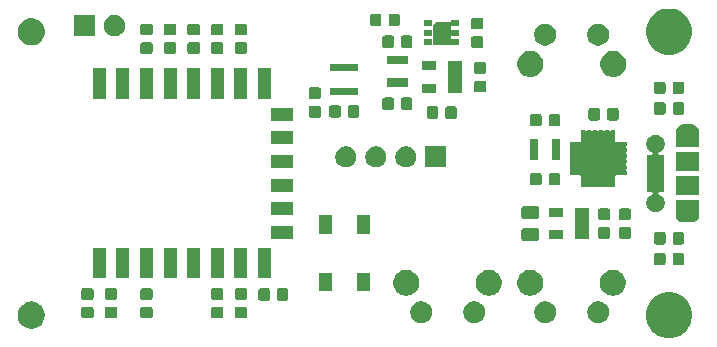
<source format=gbr>
G04 #@! TF.GenerationSoftware,KiCad,Pcbnew,(5.1.5-0-10_14)*
G04 #@! TF.CreationDate,2020-08-06T20:20:02-06:00*
G04 #@! TF.ProjectId,pcb,7063622e-6b69-4636-9164-5f7063625858,rev?*
G04 #@! TF.SameCoordinates,Original*
G04 #@! TF.FileFunction,Soldermask,Top*
G04 #@! TF.FilePolarity,Negative*
%FSLAX46Y46*%
G04 Gerber Fmt 4.6, Leading zero omitted, Abs format (unit mm)*
G04 Created by KiCad (PCBNEW (5.1.5-0-10_14)) date 2020-08-06 20:20:02*
%MOMM*%
%LPD*%
G04 APERTURE LIST*
%ADD10C,0.000100*%
%ADD11C,0.100000*%
G04 APERTURE END LIST*
D10*
G36*
X77025000Y-59050000D02*
G01*
X78475000Y-59050000D01*
X78475000Y-57150000D01*
X77350000Y-57150000D01*
X77025000Y-57475000D01*
X77025000Y-59050000D01*
G37*
X77025000Y-59050000D02*
X78475000Y-59050000D01*
X78475000Y-57150000D01*
X77350000Y-57150000D01*
X77025000Y-57475000D01*
X77025000Y-59050000D01*
D11*
G36*
X97569085Y-80123975D02*
G01*
X97924143Y-80271045D01*
X97924145Y-80271046D01*
X98243690Y-80484559D01*
X98515441Y-80756310D01*
X98728954Y-81075855D01*
X98728955Y-81075857D01*
X98876025Y-81430915D01*
X98951000Y-81807842D01*
X98951000Y-82192158D01*
X98876025Y-82569085D01*
X98741424Y-82894040D01*
X98728954Y-82924145D01*
X98515441Y-83243690D01*
X98243690Y-83515441D01*
X97924145Y-83728954D01*
X97924144Y-83728955D01*
X97924143Y-83728955D01*
X97569085Y-83876025D01*
X97192158Y-83951000D01*
X96807842Y-83951000D01*
X96430915Y-83876025D01*
X96075857Y-83728955D01*
X96075856Y-83728955D01*
X96075855Y-83728954D01*
X95756310Y-83515441D01*
X95484559Y-83243690D01*
X95271046Y-82924145D01*
X95258576Y-82894040D01*
X95123975Y-82569085D01*
X95049000Y-82192158D01*
X95049000Y-81807842D01*
X95123975Y-81430915D01*
X95271045Y-81075857D01*
X95271046Y-81075855D01*
X95484559Y-80756310D01*
X95756310Y-80484559D01*
X96075855Y-80271046D01*
X96075857Y-80271045D01*
X96430915Y-80123975D01*
X96807842Y-80049000D01*
X97192158Y-80049000D01*
X97569085Y-80123975D01*
G37*
G36*
X43166579Y-80859585D02*
G01*
X43335734Y-80893232D01*
X43545203Y-80979997D01*
X43733720Y-81105960D01*
X43894040Y-81266280D01*
X44020003Y-81454797D01*
X44106768Y-81664266D01*
X44151000Y-81886636D01*
X44151000Y-82113364D01*
X44106768Y-82335734D01*
X44020003Y-82545203D01*
X43894040Y-82733720D01*
X43733720Y-82894040D01*
X43545203Y-83020003D01*
X43335734Y-83106768D01*
X43224549Y-83128884D01*
X43113365Y-83151000D01*
X42886635Y-83151000D01*
X42775451Y-83128884D01*
X42664266Y-83106768D01*
X42454797Y-83020003D01*
X42266280Y-82894040D01*
X42105960Y-82733720D01*
X41979997Y-82545203D01*
X41893232Y-82335734D01*
X41849000Y-82113364D01*
X41849000Y-81886636D01*
X41893232Y-81664266D01*
X41979997Y-81454797D01*
X42105960Y-81266280D01*
X42266280Y-81105960D01*
X42454797Y-80979997D01*
X42664266Y-80893232D01*
X42833421Y-80859585D01*
X42886635Y-80849000D01*
X43113365Y-80849000D01*
X43166579Y-80859585D01*
G37*
G36*
X91270104Y-80859585D02*
G01*
X91438626Y-80929389D01*
X91590291Y-81030728D01*
X91719272Y-81159709D01*
X91820611Y-81311374D01*
X91890415Y-81479896D01*
X91926000Y-81658797D01*
X91926000Y-81841203D01*
X91890415Y-82020104D01*
X91820611Y-82188626D01*
X91719272Y-82340291D01*
X91590291Y-82469272D01*
X91438626Y-82570611D01*
X91270104Y-82640415D01*
X91091203Y-82676000D01*
X90908797Y-82676000D01*
X90729896Y-82640415D01*
X90561374Y-82570611D01*
X90409709Y-82469272D01*
X90280728Y-82340291D01*
X90179389Y-82188626D01*
X90109585Y-82020104D01*
X90074000Y-81841203D01*
X90074000Y-81658797D01*
X90109585Y-81479896D01*
X90179389Y-81311374D01*
X90280728Y-81159709D01*
X90409709Y-81030728D01*
X90561374Y-80929389D01*
X90729896Y-80859585D01*
X90908797Y-80824000D01*
X91091203Y-80824000D01*
X91270104Y-80859585D01*
G37*
G36*
X86770104Y-80859585D02*
G01*
X86938626Y-80929389D01*
X87090291Y-81030728D01*
X87219272Y-81159709D01*
X87320611Y-81311374D01*
X87390415Y-81479896D01*
X87426000Y-81658797D01*
X87426000Y-81841203D01*
X87390415Y-82020104D01*
X87320611Y-82188626D01*
X87219272Y-82340291D01*
X87090291Y-82469272D01*
X86938626Y-82570611D01*
X86770104Y-82640415D01*
X86591203Y-82676000D01*
X86408797Y-82676000D01*
X86229896Y-82640415D01*
X86061374Y-82570611D01*
X85909709Y-82469272D01*
X85780728Y-82340291D01*
X85679389Y-82188626D01*
X85609585Y-82020104D01*
X85574000Y-81841203D01*
X85574000Y-81658797D01*
X85609585Y-81479896D01*
X85679389Y-81311374D01*
X85780728Y-81159709D01*
X85909709Y-81030728D01*
X86061374Y-80929389D01*
X86229896Y-80859585D01*
X86408797Y-80824000D01*
X86591203Y-80824000D01*
X86770104Y-80859585D01*
G37*
G36*
X80770104Y-80859585D02*
G01*
X80938626Y-80929389D01*
X81090291Y-81030728D01*
X81219272Y-81159709D01*
X81320611Y-81311374D01*
X81390415Y-81479896D01*
X81426000Y-81658797D01*
X81426000Y-81841203D01*
X81390415Y-82020104D01*
X81320611Y-82188626D01*
X81219272Y-82340291D01*
X81090291Y-82469272D01*
X80938626Y-82570611D01*
X80770104Y-82640415D01*
X80591203Y-82676000D01*
X80408797Y-82676000D01*
X80229896Y-82640415D01*
X80061374Y-82570611D01*
X79909709Y-82469272D01*
X79780728Y-82340291D01*
X79679389Y-82188626D01*
X79609585Y-82020104D01*
X79574000Y-81841203D01*
X79574000Y-81658797D01*
X79609585Y-81479896D01*
X79679389Y-81311374D01*
X79780728Y-81159709D01*
X79909709Y-81030728D01*
X80061374Y-80929389D01*
X80229896Y-80859585D01*
X80408797Y-80824000D01*
X80591203Y-80824000D01*
X80770104Y-80859585D01*
G37*
G36*
X76270104Y-80859585D02*
G01*
X76438626Y-80929389D01*
X76590291Y-81030728D01*
X76719272Y-81159709D01*
X76820611Y-81311374D01*
X76890415Y-81479896D01*
X76926000Y-81658797D01*
X76926000Y-81841203D01*
X76890415Y-82020104D01*
X76820611Y-82188626D01*
X76719272Y-82340291D01*
X76590291Y-82469272D01*
X76438626Y-82570611D01*
X76270104Y-82640415D01*
X76091203Y-82676000D01*
X75908797Y-82676000D01*
X75729896Y-82640415D01*
X75561374Y-82570611D01*
X75409709Y-82469272D01*
X75280728Y-82340291D01*
X75179389Y-82188626D01*
X75109585Y-82020104D01*
X75074000Y-81841203D01*
X75074000Y-81658797D01*
X75109585Y-81479896D01*
X75179389Y-81311374D01*
X75280728Y-81159709D01*
X75409709Y-81030728D01*
X75561374Y-80929389D01*
X75729896Y-80859585D01*
X75908797Y-80824000D01*
X76091203Y-80824000D01*
X76270104Y-80859585D01*
G37*
G36*
X61129591Y-81303085D02*
G01*
X61163569Y-81313393D01*
X61194890Y-81330134D01*
X61222339Y-81352661D01*
X61244866Y-81380110D01*
X61261607Y-81411431D01*
X61271915Y-81445409D01*
X61276000Y-81486890D01*
X61276000Y-82088110D01*
X61271915Y-82129591D01*
X61261607Y-82163569D01*
X61244866Y-82194890D01*
X61222339Y-82222339D01*
X61194890Y-82244866D01*
X61163569Y-82261607D01*
X61129591Y-82271915D01*
X61088110Y-82276000D01*
X60411890Y-82276000D01*
X60370409Y-82271915D01*
X60336431Y-82261607D01*
X60305110Y-82244866D01*
X60277661Y-82222339D01*
X60255134Y-82194890D01*
X60238393Y-82163569D01*
X60228085Y-82129591D01*
X60224000Y-82088110D01*
X60224000Y-81486890D01*
X60228085Y-81445409D01*
X60238393Y-81411431D01*
X60255134Y-81380110D01*
X60277661Y-81352661D01*
X60305110Y-81330134D01*
X60336431Y-81313393D01*
X60370409Y-81303085D01*
X60411890Y-81299000D01*
X61088110Y-81299000D01*
X61129591Y-81303085D01*
G37*
G36*
X59129591Y-81303085D02*
G01*
X59163569Y-81313393D01*
X59194890Y-81330134D01*
X59222339Y-81352661D01*
X59244866Y-81380110D01*
X59261607Y-81411431D01*
X59271915Y-81445409D01*
X59276000Y-81486890D01*
X59276000Y-82088110D01*
X59271915Y-82129591D01*
X59261607Y-82163569D01*
X59244866Y-82194890D01*
X59222339Y-82222339D01*
X59194890Y-82244866D01*
X59163569Y-82261607D01*
X59129591Y-82271915D01*
X59088110Y-82276000D01*
X58411890Y-82276000D01*
X58370409Y-82271915D01*
X58336431Y-82261607D01*
X58305110Y-82244866D01*
X58277661Y-82222339D01*
X58255134Y-82194890D01*
X58238393Y-82163569D01*
X58228085Y-82129591D01*
X58224000Y-82088110D01*
X58224000Y-81486890D01*
X58228085Y-81445409D01*
X58238393Y-81411431D01*
X58255134Y-81380110D01*
X58277661Y-81352661D01*
X58305110Y-81330134D01*
X58336431Y-81313393D01*
X58370409Y-81303085D01*
X58411890Y-81299000D01*
X59088110Y-81299000D01*
X59129591Y-81303085D01*
G37*
G36*
X53129591Y-81303085D02*
G01*
X53163569Y-81313393D01*
X53194890Y-81330134D01*
X53222339Y-81352661D01*
X53244866Y-81380110D01*
X53261607Y-81411431D01*
X53271915Y-81445409D01*
X53276000Y-81486890D01*
X53276000Y-82088110D01*
X53271915Y-82129591D01*
X53261607Y-82163569D01*
X53244866Y-82194890D01*
X53222339Y-82222339D01*
X53194890Y-82244866D01*
X53163569Y-82261607D01*
X53129591Y-82271915D01*
X53088110Y-82276000D01*
X52411890Y-82276000D01*
X52370409Y-82271915D01*
X52336431Y-82261607D01*
X52305110Y-82244866D01*
X52277661Y-82222339D01*
X52255134Y-82194890D01*
X52238393Y-82163569D01*
X52228085Y-82129591D01*
X52224000Y-82088110D01*
X52224000Y-81486890D01*
X52228085Y-81445409D01*
X52238393Y-81411431D01*
X52255134Y-81380110D01*
X52277661Y-81352661D01*
X52305110Y-81330134D01*
X52336431Y-81313393D01*
X52370409Y-81303085D01*
X52411890Y-81299000D01*
X53088110Y-81299000D01*
X53129591Y-81303085D01*
G37*
G36*
X50129591Y-81303085D02*
G01*
X50163569Y-81313393D01*
X50194890Y-81330134D01*
X50222339Y-81352661D01*
X50244866Y-81380110D01*
X50261607Y-81411431D01*
X50271915Y-81445409D01*
X50276000Y-81486890D01*
X50276000Y-82088110D01*
X50271915Y-82129591D01*
X50261607Y-82163569D01*
X50244866Y-82194890D01*
X50222339Y-82222339D01*
X50194890Y-82244866D01*
X50163569Y-82261607D01*
X50129591Y-82271915D01*
X50088110Y-82276000D01*
X49411890Y-82276000D01*
X49370409Y-82271915D01*
X49336431Y-82261607D01*
X49305110Y-82244866D01*
X49277661Y-82222339D01*
X49255134Y-82194890D01*
X49238393Y-82163569D01*
X49228085Y-82129591D01*
X49224000Y-82088110D01*
X49224000Y-81486890D01*
X49228085Y-81445409D01*
X49238393Y-81411431D01*
X49255134Y-81380110D01*
X49277661Y-81352661D01*
X49305110Y-81330134D01*
X49336431Y-81313393D01*
X49370409Y-81303085D01*
X49411890Y-81299000D01*
X50088110Y-81299000D01*
X50129591Y-81303085D01*
G37*
G36*
X48129591Y-81303085D02*
G01*
X48163569Y-81313393D01*
X48194890Y-81330134D01*
X48222339Y-81352661D01*
X48244866Y-81380110D01*
X48261607Y-81411431D01*
X48271915Y-81445409D01*
X48276000Y-81486890D01*
X48276000Y-82088110D01*
X48271915Y-82129591D01*
X48261607Y-82163569D01*
X48244866Y-82194890D01*
X48222339Y-82222339D01*
X48194890Y-82244866D01*
X48163569Y-82261607D01*
X48129591Y-82271915D01*
X48088110Y-82276000D01*
X47411890Y-82276000D01*
X47370409Y-82271915D01*
X47336431Y-82261607D01*
X47305110Y-82244866D01*
X47277661Y-82222339D01*
X47255134Y-82194890D01*
X47238393Y-82163569D01*
X47228085Y-82129591D01*
X47224000Y-82088110D01*
X47224000Y-81486890D01*
X47228085Y-81445409D01*
X47238393Y-81411431D01*
X47255134Y-81380110D01*
X47277661Y-81352661D01*
X47305110Y-81330134D01*
X47336431Y-81313393D01*
X47370409Y-81303085D01*
X47411890Y-81299000D01*
X48088110Y-81299000D01*
X48129591Y-81303085D01*
G37*
G36*
X63054591Y-79728085D02*
G01*
X63088569Y-79738393D01*
X63119890Y-79755134D01*
X63147339Y-79777661D01*
X63169866Y-79805110D01*
X63186607Y-79836431D01*
X63196915Y-79870409D01*
X63201000Y-79911890D01*
X63201000Y-80588110D01*
X63196915Y-80629591D01*
X63186607Y-80663569D01*
X63169866Y-80694890D01*
X63147339Y-80722339D01*
X63119890Y-80744866D01*
X63088569Y-80761607D01*
X63054591Y-80771915D01*
X63013110Y-80776000D01*
X62411890Y-80776000D01*
X62370409Y-80771915D01*
X62336431Y-80761607D01*
X62305110Y-80744866D01*
X62277661Y-80722339D01*
X62255134Y-80694890D01*
X62238393Y-80663569D01*
X62228085Y-80629591D01*
X62224000Y-80588110D01*
X62224000Y-79911890D01*
X62228085Y-79870409D01*
X62238393Y-79836431D01*
X62255134Y-79805110D01*
X62277661Y-79777661D01*
X62305110Y-79755134D01*
X62336431Y-79738393D01*
X62370409Y-79728085D01*
X62411890Y-79724000D01*
X63013110Y-79724000D01*
X63054591Y-79728085D01*
G37*
G36*
X64629591Y-79728085D02*
G01*
X64663569Y-79738393D01*
X64694890Y-79755134D01*
X64722339Y-79777661D01*
X64744866Y-79805110D01*
X64761607Y-79836431D01*
X64771915Y-79870409D01*
X64776000Y-79911890D01*
X64776000Y-80588110D01*
X64771915Y-80629591D01*
X64761607Y-80663569D01*
X64744866Y-80694890D01*
X64722339Y-80722339D01*
X64694890Y-80744866D01*
X64663569Y-80761607D01*
X64629591Y-80771915D01*
X64588110Y-80776000D01*
X63986890Y-80776000D01*
X63945409Y-80771915D01*
X63911431Y-80761607D01*
X63880110Y-80744866D01*
X63852661Y-80722339D01*
X63830134Y-80694890D01*
X63813393Y-80663569D01*
X63803085Y-80629591D01*
X63799000Y-80588110D01*
X63799000Y-79911890D01*
X63803085Y-79870409D01*
X63813393Y-79836431D01*
X63830134Y-79805110D01*
X63852661Y-79777661D01*
X63880110Y-79755134D01*
X63911431Y-79738393D01*
X63945409Y-79728085D01*
X63986890Y-79724000D01*
X64588110Y-79724000D01*
X64629591Y-79728085D01*
G37*
G36*
X59129591Y-79728085D02*
G01*
X59163569Y-79738393D01*
X59194890Y-79755134D01*
X59222339Y-79777661D01*
X59244866Y-79805110D01*
X59261607Y-79836431D01*
X59271915Y-79870409D01*
X59276000Y-79911890D01*
X59276000Y-80513110D01*
X59271915Y-80554591D01*
X59261607Y-80588569D01*
X59244866Y-80619890D01*
X59222339Y-80647339D01*
X59194890Y-80669866D01*
X59163569Y-80686607D01*
X59129591Y-80696915D01*
X59088110Y-80701000D01*
X58411890Y-80701000D01*
X58370409Y-80696915D01*
X58336431Y-80686607D01*
X58305110Y-80669866D01*
X58277661Y-80647339D01*
X58255134Y-80619890D01*
X58238393Y-80588569D01*
X58228085Y-80554591D01*
X58224000Y-80513110D01*
X58224000Y-79911890D01*
X58228085Y-79870409D01*
X58238393Y-79836431D01*
X58255134Y-79805110D01*
X58277661Y-79777661D01*
X58305110Y-79755134D01*
X58336431Y-79738393D01*
X58370409Y-79728085D01*
X58411890Y-79724000D01*
X59088110Y-79724000D01*
X59129591Y-79728085D01*
G37*
G36*
X50129591Y-79728085D02*
G01*
X50163569Y-79738393D01*
X50194890Y-79755134D01*
X50222339Y-79777661D01*
X50244866Y-79805110D01*
X50261607Y-79836431D01*
X50271915Y-79870409D01*
X50276000Y-79911890D01*
X50276000Y-80513110D01*
X50271915Y-80554591D01*
X50261607Y-80588569D01*
X50244866Y-80619890D01*
X50222339Y-80647339D01*
X50194890Y-80669866D01*
X50163569Y-80686607D01*
X50129591Y-80696915D01*
X50088110Y-80701000D01*
X49411890Y-80701000D01*
X49370409Y-80696915D01*
X49336431Y-80686607D01*
X49305110Y-80669866D01*
X49277661Y-80647339D01*
X49255134Y-80619890D01*
X49238393Y-80588569D01*
X49228085Y-80554591D01*
X49224000Y-80513110D01*
X49224000Y-79911890D01*
X49228085Y-79870409D01*
X49238393Y-79836431D01*
X49255134Y-79805110D01*
X49277661Y-79777661D01*
X49305110Y-79755134D01*
X49336431Y-79738393D01*
X49370409Y-79728085D01*
X49411890Y-79724000D01*
X50088110Y-79724000D01*
X50129591Y-79728085D01*
G37*
G36*
X48129591Y-79728085D02*
G01*
X48163569Y-79738393D01*
X48194890Y-79755134D01*
X48222339Y-79777661D01*
X48244866Y-79805110D01*
X48261607Y-79836431D01*
X48271915Y-79870409D01*
X48276000Y-79911890D01*
X48276000Y-80513110D01*
X48271915Y-80554591D01*
X48261607Y-80588569D01*
X48244866Y-80619890D01*
X48222339Y-80647339D01*
X48194890Y-80669866D01*
X48163569Y-80686607D01*
X48129591Y-80696915D01*
X48088110Y-80701000D01*
X47411890Y-80701000D01*
X47370409Y-80696915D01*
X47336431Y-80686607D01*
X47305110Y-80669866D01*
X47277661Y-80647339D01*
X47255134Y-80619890D01*
X47238393Y-80588569D01*
X47228085Y-80554591D01*
X47224000Y-80513110D01*
X47224000Y-79911890D01*
X47228085Y-79870409D01*
X47238393Y-79836431D01*
X47255134Y-79805110D01*
X47277661Y-79777661D01*
X47305110Y-79755134D01*
X47336431Y-79738393D01*
X47370409Y-79728085D01*
X47411890Y-79724000D01*
X48088110Y-79724000D01*
X48129591Y-79728085D01*
G37*
G36*
X61129591Y-79728085D02*
G01*
X61163569Y-79738393D01*
X61194890Y-79755134D01*
X61222339Y-79777661D01*
X61244866Y-79805110D01*
X61261607Y-79836431D01*
X61271915Y-79870409D01*
X61276000Y-79911890D01*
X61276000Y-80513110D01*
X61271915Y-80554591D01*
X61261607Y-80588569D01*
X61244866Y-80619890D01*
X61222339Y-80647339D01*
X61194890Y-80669866D01*
X61163569Y-80686607D01*
X61129591Y-80696915D01*
X61088110Y-80701000D01*
X60411890Y-80701000D01*
X60370409Y-80696915D01*
X60336431Y-80686607D01*
X60305110Y-80669866D01*
X60277661Y-80647339D01*
X60255134Y-80619890D01*
X60238393Y-80588569D01*
X60228085Y-80554591D01*
X60224000Y-80513110D01*
X60224000Y-79911890D01*
X60228085Y-79870409D01*
X60238393Y-79836431D01*
X60255134Y-79805110D01*
X60277661Y-79777661D01*
X60305110Y-79755134D01*
X60336431Y-79738393D01*
X60370409Y-79728085D01*
X60411890Y-79724000D01*
X61088110Y-79724000D01*
X61129591Y-79728085D01*
G37*
G36*
X53129591Y-79728085D02*
G01*
X53163569Y-79738393D01*
X53194890Y-79755134D01*
X53222339Y-79777661D01*
X53244866Y-79805110D01*
X53261607Y-79836431D01*
X53271915Y-79870409D01*
X53276000Y-79911890D01*
X53276000Y-80513110D01*
X53271915Y-80554591D01*
X53261607Y-80588569D01*
X53244866Y-80619890D01*
X53222339Y-80647339D01*
X53194890Y-80669866D01*
X53163569Y-80686607D01*
X53129591Y-80696915D01*
X53088110Y-80701000D01*
X52411890Y-80701000D01*
X52370409Y-80696915D01*
X52336431Y-80686607D01*
X52305110Y-80669866D01*
X52277661Y-80647339D01*
X52255134Y-80619890D01*
X52238393Y-80588569D01*
X52228085Y-80554591D01*
X52224000Y-80513110D01*
X52224000Y-79911890D01*
X52228085Y-79870409D01*
X52238393Y-79836431D01*
X52255134Y-79805110D01*
X52277661Y-79777661D01*
X52305110Y-79755134D01*
X52336431Y-79738393D01*
X52370409Y-79728085D01*
X52411890Y-79724000D01*
X53088110Y-79724000D01*
X53129591Y-79728085D01*
G37*
G36*
X92464795Y-78180156D02*
G01*
X92571150Y-78201311D01*
X92771520Y-78284307D01*
X92951844Y-78404795D01*
X93105205Y-78558156D01*
X93225693Y-78738480D01*
X93308689Y-78938851D01*
X93351000Y-79151560D01*
X93351000Y-79368440D01*
X93308689Y-79581149D01*
X93225693Y-79781520D01*
X93105205Y-79961844D01*
X92951844Y-80115205D01*
X92771520Y-80235693D01*
X92686172Y-80271045D01*
X92571150Y-80318689D01*
X92464795Y-80339844D01*
X92358440Y-80361000D01*
X92141560Y-80361000D01*
X92035205Y-80339844D01*
X91928850Y-80318689D01*
X91813828Y-80271045D01*
X91728480Y-80235693D01*
X91548156Y-80115205D01*
X91394795Y-79961844D01*
X91274307Y-79781520D01*
X91191311Y-79581149D01*
X91149000Y-79368440D01*
X91149000Y-79151560D01*
X91191311Y-78938851D01*
X91274307Y-78738480D01*
X91394795Y-78558156D01*
X91548156Y-78404795D01*
X91728480Y-78284307D01*
X91928850Y-78201311D01*
X92035205Y-78180156D01*
X92141560Y-78159000D01*
X92358440Y-78159000D01*
X92464795Y-78180156D01*
G37*
G36*
X85454795Y-78180156D02*
G01*
X85561150Y-78201311D01*
X85761520Y-78284307D01*
X85941844Y-78404795D01*
X86095205Y-78558156D01*
X86215693Y-78738480D01*
X86298689Y-78938851D01*
X86341000Y-79151560D01*
X86341000Y-79368440D01*
X86298689Y-79581149D01*
X86215693Y-79781520D01*
X86095205Y-79961844D01*
X85941844Y-80115205D01*
X85761520Y-80235693D01*
X85676172Y-80271045D01*
X85561150Y-80318689D01*
X85454795Y-80339844D01*
X85348440Y-80361000D01*
X85131560Y-80361000D01*
X85025205Y-80339844D01*
X84918850Y-80318689D01*
X84803828Y-80271045D01*
X84718480Y-80235693D01*
X84538156Y-80115205D01*
X84384795Y-79961844D01*
X84264307Y-79781520D01*
X84181311Y-79581149D01*
X84139000Y-79368440D01*
X84139000Y-79151560D01*
X84181311Y-78938851D01*
X84264307Y-78738480D01*
X84384795Y-78558156D01*
X84538156Y-78404795D01*
X84718480Y-78284307D01*
X84918850Y-78201311D01*
X85025205Y-78180156D01*
X85131560Y-78159000D01*
X85348440Y-78159000D01*
X85454795Y-78180156D01*
G37*
G36*
X81964795Y-78180156D02*
G01*
X82071150Y-78201311D01*
X82271520Y-78284307D01*
X82451844Y-78404795D01*
X82605205Y-78558156D01*
X82725693Y-78738480D01*
X82808689Y-78938851D01*
X82851000Y-79151560D01*
X82851000Y-79368440D01*
X82808689Y-79581149D01*
X82725693Y-79781520D01*
X82605205Y-79961844D01*
X82451844Y-80115205D01*
X82271520Y-80235693D01*
X82186172Y-80271045D01*
X82071150Y-80318689D01*
X81964795Y-80339844D01*
X81858440Y-80361000D01*
X81641560Y-80361000D01*
X81535205Y-80339844D01*
X81428850Y-80318689D01*
X81313828Y-80271045D01*
X81228480Y-80235693D01*
X81048156Y-80115205D01*
X80894795Y-79961844D01*
X80774307Y-79781520D01*
X80691311Y-79581149D01*
X80649000Y-79368440D01*
X80649000Y-79151560D01*
X80691311Y-78938851D01*
X80774307Y-78738480D01*
X80894795Y-78558156D01*
X81048156Y-78404795D01*
X81228480Y-78284307D01*
X81428850Y-78201311D01*
X81535205Y-78180156D01*
X81641560Y-78159000D01*
X81858440Y-78159000D01*
X81964795Y-78180156D01*
G37*
G36*
X74954795Y-78180156D02*
G01*
X75061150Y-78201311D01*
X75261520Y-78284307D01*
X75441844Y-78404795D01*
X75595205Y-78558156D01*
X75715693Y-78738480D01*
X75798689Y-78938851D01*
X75841000Y-79151560D01*
X75841000Y-79368440D01*
X75798689Y-79581149D01*
X75715693Y-79781520D01*
X75595205Y-79961844D01*
X75441844Y-80115205D01*
X75261520Y-80235693D01*
X75176172Y-80271045D01*
X75061150Y-80318689D01*
X74954795Y-80339844D01*
X74848440Y-80361000D01*
X74631560Y-80361000D01*
X74525205Y-80339844D01*
X74418850Y-80318689D01*
X74303828Y-80271045D01*
X74218480Y-80235693D01*
X74038156Y-80115205D01*
X73884795Y-79961844D01*
X73764307Y-79781520D01*
X73681311Y-79581149D01*
X73639000Y-79368440D01*
X73639000Y-79151560D01*
X73681311Y-78938851D01*
X73764307Y-78738480D01*
X73884795Y-78558156D01*
X74038156Y-78404795D01*
X74218480Y-78284307D01*
X74418850Y-78201311D01*
X74525205Y-78180156D01*
X74631560Y-78159000D01*
X74848440Y-78159000D01*
X74954795Y-78180156D01*
G37*
G36*
X68451000Y-80001000D02*
G01*
X67349000Y-80001000D01*
X67349000Y-78399000D01*
X68451000Y-78399000D01*
X68451000Y-80001000D01*
G37*
G36*
X71651000Y-80001000D02*
G01*
X70549000Y-80001000D01*
X70549000Y-78399000D01*
X71651000Y-78399000D01*
X71651000Y-80001000D01*
G37*
G36*
X49301000Y-78901000D02*
G01*
X48199000Y-78901000D01*
X48199000Y-76299000D01*
X49301000Y-76299000D01*
X49301000Y-78901000D01*
G37*
G36*
X51301000Y-78901000D02*
G01*
X50199000Y-78901000D01*
X50199000Y-76299000D01*
X51301000Y-76299000D01*
X51301000Y-78901000D01*
G37*
G36*
X63301000Y-78901000D02*
G01*
X62199000Y-78901000D01*
X62199000Y-76299000D01*
X63301000Y-76299000D01*
X63301000Y-78901000D01*
G37*
G36*
X61301000Y-78901000D02*
G01*
X60199000Y-78901000D01*
X60199000Y-76299000D01*
X61301000Y-76299000D01*
X61301000Y-78901000D01*
G37*
G36*
X59301000Y-78901000D02*
G01*
X58199000Y-78901000D01*
X58199000Y-76299000D01*
X59301000Y-76299000D01*
X59301000Y-78901000D01*
G37*
G36*
X53301000Y-78901000D02*
G01*
X52199000Y-78901000D01*
X52199000Y-76299000D01*
X53301000Y-76299000D01*
X53301000Y-78901000D01*
G37*
G36*
X57301000Y-78901000D02*
G01*
X56199000Y-78901000D01*
X56199000Y-76299000D01*
X57301000Y-76299000D01*
X57301000Y-78901000D01*
G37*
G36*
X55301000Y-78901000D02*
G01*
X54199000Y-78901000D01*
X54199000Y-76299000D01*
X55301000Y-76299000D01*
X55301000Y-78901000D01*
G37*
G36*
X96554591Y-76728085D02*
G01*
X96588569Y-76738393D01*
X96619890Y-76755134D01*
X96647339Y-76777661D01*
X96669866Y-76805110D01*
X96686607Y-76836431D01*
X96696915Y-76870409D01*
X96701000Y-76911890D01*
X96701000Y-77588110D01*
X96696915Y-77629591D01*
X96686607Y-77663569D01*
X96669866Y-77694890D01*
X96647339Y-77722339D01*
X96619890Y-77744866D01*
X96588569Y-77761607D01*
X96554591Y-77771915D01*
X96513110Y-77776000D01*
X95911890Y-77776000D01*
X95870409Y-77771915D01*
X95836431Y-77761607D01*
X95805110Y-77744866D01*
X95777661Y-77722339D01*
X95755134Y-77694890D01*
X95738393Y-77663569D01*
X95728085Y-77629591D01*
X95724000Y-77588110D01*
X95724000Y-76911890D01*
X95728085Y-76870409D01*
X95738393Y-76836431D01*
X95755134Y-76805110D01*
X95777661Y-76777661D01*
X95805110Y-76755134D01*
X95836431Y-76738393D01*
X95870409Y-76728085D01*
X95911890Y-76724000D01*
X96513110Y-76724000D01*
X96554591Y-76728085D01*
G37*
G36*
X98129591Y-76728085D02*
G01*
X98163569Y-76738393D01*
X98194890Y-76755134D01*
X98222339Y-76777661D01*
X98244866Y-76805110D01*
X98261607Y-76836431D01*
X98271915Y-76870409D01*
X98276000Y-76911890D01*
X98276000Y-77588110D01*
X98271915Y-77629591D01*
X98261607Y-77663569D01*
X98244866Y-77694890D01*
X98222339Y-77722339D01*
X98194890Y-77744866D01*
X98163569Y-77761607D01*
X98129591Y-77771915D01*
X98088110Y-77776000D01*
X97486890Y-77776000D01*
X97445409Y-77771915D01*
X97411431Y-77761607D01*
X97380110Y-77744866D01*
X97352661Y-77722339D01*
X97330134Y-77694890D01*
X97313393Y-77663569D01*
X97303085Y-77629591D01*
X97299000Y-77588110D01*
X97299000Y-76911890D01*
X97303085Y-76870409D01*
X97313393Y-76836431D01*
X97330134Y-76805110D01*
X97352661Y-76777661D01*
X97380110Y-76755134D01*
X97411431Y-76738393D01*
X97445409Y-76728085D01*
X97486890Y-76724000D01*
X98088110Y-76724000D01*
X98129591Y-76728085D01*
G37*
G36*
X96554591Y-74978085D02*
G01*
X96588569Y-74988393D01*
X96619890Y-75005134D01*
X96647339Y-75027661D01*
X96669866Y-75055110D01*
X96686607Y-75086431D01*
X96696915Y-75120409D01*
X96701000Y-75161890D01*
X96701000Y-75838110D01*
X96696915Y-75879591D01*
X96686607Y-75913569D01*
X96669866Y-75944890D01*
X96647339Y-75972339D01*
X96619890Y-75994866D01*
X96588569Y-76011607D01*
X96554591Y-76021915D01*
X96513110Y-76026000D01*
X95911890Y-76026000D01*
X95870409Y-76021915D01*
X95836431Y-76011607D01*
X95805110Y-75994866D01*
X95777661Y-75972339D01*
X95755134Y-75944890D01*
X95738393Y-75913569D01*
X95728085Y-75879591D01*
X95724000Y-75838110D01*
X95724000Y-75161890D01*
X95728085Y-75120409D01*
X95738393Y-75086431D01*
X95755134Y-75055110D01*
X95777661Y-75027661D01*
X95805110Y-75005134D01*
X95836431Y-74988393D01*
X95870409Y-74978085D01*
X95911890Y-74974000D01*
X96513110Y-74974000D01*
X96554591Y-74978085D01*
G37*
G36*
X98129591Y-74978085D02*
G01*
X98163569Y-74988393D01*
X98194890Y-75005134D01*
X98222339Y-75027661D01*
X98244866Y-75055110D01*
X98261607Y-75086431D01*
X98271915Y-75120409D01*
X98276000Y-75161890D01*
X98276000Y-75838110D01*
X98271915Y-75879591D01*
X98261607Y-75913569D01*
X98244866Y-75944890D01*
X98222339Y-75972339D01*
X98194890Y-75994866D01*
X98163569Y-76011607D01*
X98129591Y-76021915D01*
X98088110Y-76026000D01*
X97486890Y-76026000D01*
X97445409Y-76021915D01*
X97411431Y-76011607D01*
X97380110Y-75994866D01*
X97352661Y-75972339D01*
X97330134Y-75944890D01*
X97313393Y-75913569D01*
X97303085Y-75879591D01*
X97299000Y-75838110D01*
X97299000Y-75161890D01*
X97303085Y-75120409D01*
X97313393Y-75086431D01*
X97330134Y-75055110D01*
X97352661Y-75027661D01*
X97380110Y-75005134D01*
X97411431Y-74988393D01*
X97445409Y-74978085D01*
X97486890Y-74974000D01*
X98088110Y-74974000D01*
X98129591Y-74978085D01*
G37*
G36*
X85834468Y-74653565D02*
G01*
X85873138Y-74665296D01*
X85908777Y-74684346D01*
X85940017Y-74709983D01*
X85965654Y-74741223D01*
X85984704Y-74776862D01*
X85996435Y-74815532D01*
X86001000Y-74861888D01*
X86001000Y-75513112D01*
X85996435Y-75559468D01*
X85984704Y-75598138D01*
X85965654Y-75633777D01*
X85940017Y-75665017D01*
X85908777Y-75690654D01*
X85873138Y-75709704D01*
X85834468Y-75721435D01*
X85788112Y-75726000D01*
X84711888Y-75726000D01*
X84665532Y-75721435D01*
X84626862Y-75709704D01*
X84591223Y-75690654D01*
X84559983Y-75665017D01*
X84534346Y-75633777D01*
X84515296Y-75598138D01*
X84503565Y-75559468D01*
X84499000Y-75513112D01*
X84499000Y-74861888D01*
X84503565Y-74815532D01*
X84515296Y-74776862D01*
X84534346Y-74741223D01*
X84559983Y-74709983D01*
X84591223Y-74684346D01*
X84626862Y-74665296D01*
X84665532Y-74653565D01*
X84711888Y-74649000D01*
X85788112Y-74649000D01*
X85834468Y-74653565D01*
G37*
G36*
X87981000Y-75576000D02*
G01*
X86819000Y-75576000D01*
X86819000Y-74824000D01*
X87981000Y-74824000D01*
X87981000Y-75576000D01*
G37*
G36*
X90181000Y-75576000D02*
G01*
X89019000Y-75576000D01*
X89019000Y-72924000D01*
X90181000Y-72924000D01*
X90181000Y-75576000D01*
G37*
G36*
X65201000Y-75551000D02*
G01*
X63299000Y-75551000D01*
X63299000Y-74449000D01*
X65201000Y-74449000D01*
X65201000Y-75551000D01*
G37*
G36*
X93629591Y-74553085D02*
G01*
X93663569Y-74563393D01*
X93694890Y-74580134D01*
X93722339Y-74602661D01*
X93744866Y-74630110D01*
X93761607Y-74661431D01*
X93771915Y-74695409D01*
X93776000Y-74736890D01*
X93776000Y-75338110D01*
X93771915Y-75379591D01*
X93761607Y-75413569D01*
X93744866Y-75444890D01*
X93722339Y-75472339D01*
X93694890Y-75494866D01*
X93663569Y-75511607D01*
X93629591Y-75521915D01*
X93588110Y-75526000D01*
X92911890Y-75526000D01*
X92870409Y-75521915D01*
X92836431Y-75511607D01*
X92805110Y-75494866D01*
X92777661Y-75472339D01*
X92755134Y-75444890D01*
X92738393Y-75413569D01*
X92728085Y-75379591D01*
X92724000Y-75338110D01*
X92724000Y-74736890D01*
X92728085Y-74695409D01*
X92738393Y-74661431D01*
X92755134Y-74630110D01*
X92777661Y-74602661D01*
X92805110Y-74580134D01*
X92836431Y-74563393D01*
X92870409Y-74553085D01*
X92911890Y-74549000D01*
X93588110Y-74549000D01*
X93629591Y-74553085D01*
G37*
G36*
X91879591Y-74553085D02*
G01*
X91913569Y-74563393D01*
X91944890Y-74580134D01*
X91972339Y-74602661D01*
X91994866Y-74630110D01*
X92011607Y-74661431D01*
X92021915Y-74695409D01*
X92026000Y-74736890D01*
X92026000Y-75338110D01*
X92021915Y-75379591D01*
X92011607Y-75413569D01*
X91994866Y-75444890D01*
X91972339Y-75472339D01*
X91944890Y-75494866D01*
X91913569Y-75511607D01*
X91879591Y-75521915D01*
X91838110Y-75526000D01*
X91161890Y-75526000D01*
X91120409Y-75521915D01*
X91086431Y-75511607D01*
X91055110Y-75494866D01*
X91027661Y-75472339D01*
X91005134Y-75444890D01*
X90988393Y-75413569D01*
X90978085Y-75379591D01*
X90974000Y-75338110D01*
X90974000Y-74736890D01*
X90978085Y-74695409D01*
X90988393Y-74661431D01*
X91005134Y-74630110D01*
X91027661Y-74602661D01*
X91055110Y-74580134D01*
X91086431Y-74563393D01*
X91120409Y-74553085D01*
X91161890Y-74549000D01*
X91838110Y-74549000D01*
X91879591Y-74553085D01*
G37*
G36*
X71651000Y-75101000D02*
G01*
X70549000Y-75101000D01*
X70549000Y-73499000D01*
X71651000Y-73499000D01*
X71651000Y-75101000D01*
G37*
G36*
X68451000Y-75101000D02*
G01*
X67349000Y-75101000D01*
X67349000Y-73499000D01*
X68451000Y-73499000D01*
X68451000Y-75101000D01*
G37*
G36*
X99548500Y-73461886D02*
G01*
X99549102Y-73474138D01*
X99551649Y-73500000D01*
X99549102Y-73525862D01*
X99548500Y-73538114D01*
X99548500Y-73611406D01*
X99539543Y-73628164D01*
X99535415Y-73639701D01*
X99515075Y-73706750D01*
X99501854Y-73750336D01*
X99441406Y-73863425D01*
X99360054Y-73962554D01*
X99260925Y-74043906D01*
X99147836Y-74104354D01*
X99115904Y-74114040D01*
X99025118Y-74141580D01*
X98961355Y-74147860D01*
X98929474Y-74151000D01*
X98165526Y-74151000D01*
X98133645Y-74147860D01*
X98069882Y-74141580D01*
X97979096Y-74114040D01*
X97947164Y-74104354D01*
X97834075Y-74043906D01*
X97734946Y-73962554D01*
X97653594Y-73863425D01*
X97593146Y-73750336D01*
X97579925Y-73706750D01*
X97559587Y-73639708D01*
X97550213Y-73617075D01*
X97546500Y-73611518D01*
X97546500Y-73538114D01*
X97545898Y-73525862D01*
X97543351Y-73500000D01*
X97545898Y-73474138D01*
X97546500Y-73461886D01*
X97546500Y-72249000D01*
X99548500Y-72249000D01*
X99548500Y-73461886D01*
G37*
G36*
X93629591Y-72978085D02*
G01*
X93663569Y-72988393D01*
X93694890Y-73005134D01*
X93722339Y-73027661D01*
X93744866Y-73055110D01*
X93761607Y-73086431D01*
X93771915Y-73120409D01*
X93776000Y-73161890D01*
X93776000Y-73763110D01*
X93771915Y-73804591D01*
X93761607Y-73838569D01*
X93744866Y-73869890D01*
X93722339Y-73897339D01*
X93694890Y-73919866D01*
X93663569Y-73936607D01*
X93629591Y-73946915D01*
X93588110Y-73951000D01*
X92911890Y-73951000D01*
X92870409Y-73946915D01*
X92836431Y-73936607D01*
X92805110Y-73919866D01*
X92777661Y-73897339D01*
X92755134Y-73869890D01*
X92738393Y-73838569D01*
X92728085Y-73804591D01*
X92724000Y-73763110D01*
X92724000Y-73161890D01*
X92728085Y-73120409D01*
X92738393Y-73086431D01*
X92755134Y-73055110D01*
X92777661Y-73027661D01*
X92805110Y-73005134D01*
X92836431Y-72988393D01*
X92870409Y-72978085D01*
X92911890Y-72974000D01*
X93588110Y-72974000D01*
X93629591Y-72978085D01*
G37*
G36*
X91879591Y-72978085D02*
G01*
X91913569Y-72988393D01*
X91944890Y-73005134D01*
X91972339Y-73027661D01*
X91994866Y-73055110D01*
X92011607Y-73086431D01*
X92021915Y-73120409D01*
X92026000Y-73161890D01*
X92026000Y-73763110D01*
X92021915Y-73804591D01*
X92011607Y-73838569D01*
X91994866Y-73869890D01*
X91972339Y-73897339D01*
X91944890Y-73919866D01*
X91913569Y-73936607D01*
X91879591Y-73946915D01*
X91838110Y-73951000D01*
X91161890Y-73951000D01*
X91120409Y-73946915D01*
X91086431Y-73936607D01*
X91055110Y-73919866D01*
X91027661Y-73897339D01*
X91005134Y-73869890D01*
X90988393Y-73838569D01*
X90978085Y-73804591D01*
X90974000Y-73763110D01*
X90974000Y-73161890D01*
X90978085Y-73120409D01*
X90988393Y-73086431D01*
X91005134Y-73055110D01*
X91027661Y-73027661D01*
X91055110Y-73005134D01*
X91086431Y-72988393D01*
X91120409Y-72978085D01*
X91161890Y-72974000D01*
X91838110Y-72974000D01*
X91879591Y-72978085D01*
G37*
G36*
X85834468Y-72778565D02*
G01*
X85873138Y-72790296D01*
X85908777Y-72809346D01*
X85940017Y-72834983D01*
X85965654Y-72866223D01*
X85984704Y-72901862D01*
X85996435Y-72940532D01*
X86001000Y-72986888D01*
X86001000Y-73638112D01*
X85996435Y-73684468D01*
X85984704Y-73723138D01*
X85965654Y-73758777D01*
X85940017Y-73790017D01*
X85908777Y-73815654D01*
X85873138Y-73834704D01*
X85834468Y-73846435D01*
X85788112Y-73851000D01*
X84711888Y-73851000D01*
X84665532Y-73846435D01*
X84626862Y-73834704D01*
X84591223Y-73815654D01*
X84559983Y-73790017D01*
X84534346Y-73758777D01*
X84515296Y-73723138D01*
X84503565Y-73684468D01*
X84499000Y-73638112D01*
X84499000Y-72986888D01*
X84503565Y-72940532D01*
X84515296Y-72901862D01*
X84534346Y-72866223D01*
X84559983Y-72834983D01*
X84591223Y-72809346D01*
X84626862Y-72790296D01*
X84665532Y-72778565D01*
X84711888Y-72774000D01*
X85788112Y-72774000D01*
X85834468Y-72778565D01*
G37*
G36*
X87981000Y-73676000D02*
G01*
X86819000Y-73676000D01*
X86819000Y-72924000D01*
X87981000Y-72924000D01*
X87981000Y-73676000D01*
G37*
G36*
X65201000Y-73551000D02*
G01*
X63299000Y-73551000D01*
X63299000Y-72449000D01*
X65201000Y-72449000D01*
X65201000Y-73551000D01*
G37*
G36*
X96073848Y-66753820D02*
G01*
X96073850Y-66753821D01*
X96073851Y-66753821D01*
X96215074Y-66812317D01*
X96215077Y-66812319D01*
X96342169Y-66897239D01*
X96450261Y-67005331D01*
X96535181Y-67132423D01*
X96535183Y-67132426D01*
X96591524Y-67268447D01*
X96593680Y-67273652D01*
X96623500Y-67423569D01*
X96623500Y-67576431D01*
X96596193Y-67713715D01*
X96593679Y-67726351D01*
X96535183Y-67867574D01*
X96535181Y-67867577D01*
X96450261Y-67994669D01*
X96342169Y-68102761D01*
X96291091Y-68136890D01*
X96215074Y-68187683D01*
X96164772Y-68208519D01*
X96143164Y-68220068D01*
X96124222Y-68235614D01*
X96108677Y-68254556D01*
X96097126Y-68276166D01*
X96090013Y-68299615D01*
X96087611Y-68324001D01*
X96090013Y-68348387D01*
X96097126Y-68371836D01*
X96108677Y-68393447D01*
X96124223Y-68412389D01*
X96143165Y-68427934D01*
X96164775Y-68439485D01*
X96188224Y-68446598D01*
X96212610Y-68449000D01*
X96573500Y-68449000D01*
X96573500Y-71551000D01*
X96212610Y-71551000D01*
X96188224Y-71553402D01*
X96164775Y-71560515D01*
X96143164Y-71572066D01*
X96124222Y-71587611D01*
X96108677Y-71606553D01*
X96097126Y-71628164D01*
X96090013Y-71651613D01*
X96087611Y-71675999D01*
X96090013Y-71700385D01*
X96097126Y-71723834D01*
X96108677Y-71745445D01*
X96124222Y-71764387D01*
X96143164Y-71779932D01*
X96164772Y-71791481D01*
X96215074Y-71812317D01*
X96215075Y-71812318D01*
X96342169Y-71897239D01*
X96450261Y-72005331D01*
X96535181Y-72132423D01*
X96535183Y-72132426D01*
X96593679Y-72273649D01*
X96623500Y-72423571D01*
X96623500Y-72576429D01*
X96593679Y-72726351D01*
X96535183Y-72867574D01*
X96535181Y-72867577D01*
X96450261Y-72994669D01*
X96342169Y-73102761D01*
X96291564Y-73136574D01*
X96215074Y-73187683D01*
X96073851Y-73246179D01*
X96073850Y-73246179D01*
X96073848Y-73246180D01*
X95923931Y-73276000D01*
X95771069Y-73276000D01*
X95621152Y-73246180D01*
X95621150Y-73246179D01*
X95621149Y-73246179D01*
X95479926Y-73187683D01*
X95403436Y-73136574D01*
X95352831Y-73102761D01*
X95244739Y-72994669D01*
X95159819Y-72867577D01*
X95159817Y-72867574D01*
X95101321Y-72726351D01*
X95071500Y-72576429D01*
X95071500Y-72423571D01*
X95101321Y-72273649D01*
X95159817Y-72132426D01*
X95159819Y-72132423D01*
X95244739Y-72005331D01*
X95352831Y-71897239D01*
X95479925Y-71812318D01*
X95479926Y-71812317D01*
X95530228Y-71791481D01*
X95551836Y-71779932D01*
X95570778Y-71764386D01*
X95586323Y-71745444D01*
X95597874Y-71723834D01*
X95604987Y-71700385D01*
X95607389Y-71675999D01*
X95604987Y-71651613D01*
X95597874Y-71628164D01*
X95586323Y-71606553D01*
X95570777Y-71587611D01*
X95551835Y-71572066D01*
X95530225Y-71560515D01*
X95506776Y-71553402D01*
X95482390Y-71551000D01*
X95121500Y-71551000D01*
X95121500Y-68449000D01*
X95482390Y-68449000D01*
X95506776Y-68446598D01*
X95530225Y-68439485D01*
X95551836Y-68427934D01*
X95570778Y-68412389D01*
X95586323Y-68393447D01*
X95597874Y-68371836D01*
X95604987Y-68348387D01*
X95607389Y-68324001D01*
X95604987Y-68299615D01*
X95597874Y-68276166D01*
X95586323Y-68254555D01*
X95570778Y-68235613D01*
X95551836Y-68220068D01*
X95530228Y-68208519D01*
X95479926Y-68187683D01*
X95403909Y-68136890D01*
X95352831Y-68102761D01*
X95244739Y-67994669D01*
X95159819Y-67867577D01*
X95159817Y-67867574D01*
X95101321Y-67726351D01*
X95098808Y-67713715D01*
X95071500Y-67576431D01*
X95071500Y-67423569D01*
X95101320Y-67273652D01*
X95103476Y-67268447D01*
X95159817Y-67132426D01*
X95159819Y-67132423D01*
X95244739Y-67005331D01*
X95352831Y-66897239D01*
X95479923Y-66812319D01*
X95479926Y-66812317D01*
X95621149Y-66753821D01*
X95621150Y-66753821D01*
X95621152Y-66753820D01*
X95771069Y-66724000D01*
X95923931Y-66724000D01*
X96073848Y-66753820D01*
G37*
G36*
X99548500Y-71801000D02*
G01*
X97546500Y-71801000D01*
X97546500Y-70199000D01*
X99548500Y-70199000D01*
X99548500Y-71801000D01*
G37*
G36*
X65201000Y-71551000D02*
G01*
X63299000Y-71551000D01*
X63299000Y-70449000D01*
X65201000Y-70449000D01*
X65201000Y-71551000D01*
G37*
G36*
X89905355Y-66350083D02*
G01*
X89910029Y-66351501D01*
X89914330Y-66353800D01*
X89920702Y-66359029D01*
X89941076Y-66372643D01*
X89963715Y-66382020D01*
X89987749Y-66386800D01*
X90012253Y-66386800D01*
X90036286Y-66382019D01*
X90058925Y-66372642D01*
X90079298Y-66359029D01*
X90085670Y-66353800D01*
X90089971Y-66351501D01*
X90094645Y-66350083D01*
X90105641Y-66349000D01*
X90394359Y-66349000D01*
X90405355Y-66350083D01*
X90410029Y-66351501D01*
X90414330Y-66353800D01*
X90420702Y-66359029D01*
X90441076Y-66372643D01*
X90463715Y-66382020D01*
X90487749Y-66386800D01*
X90512253Y-66386800D01*
X90536286Y-66382019D01*
X90558925Y-66372642D01*
X90579298Y-66359029D01*
X90585670Y-66353800D01*
X90589971Y-66351501D01*
X90594645Y-66350083D01*
X90605641Y-66349000D01*
X90894359Y-66349000D01*
X90905355Y-66350083D01*
X90910029Y-66351501D01*
X90914330Y-66353800D01*
X90920702Y-66359029D01*
X90941076Y-66372643D01*
X90963715Y-66382020D01*
X90987749Y-66386800D01*
X91012253Y-66386800D01*
X91036286Y-66382019D01*
X91058925Y-66372642D01*
X91079298Y-66359029D01*
X91085670Y-66353800D01*
X91089971Y-66351501D01*
X91094645Y-66350083D01*
X91105641Y-66349000D01*
X91394359Y-66349000D01*
X91405355Y-66350083D01*
X91410029Y-66351501D01*
X91414330Y-66353800D01*
X91420702Y-66359029D01*
X91441076Y-66372643D01*
X91463715Y-66382020D01*
X91487749Y-66386800D01*
X91512253Y-66386800D01*
X91536286Y-66382019D01*
X91558925Y-66372642D01*
X91579298Y-66359029D01*
X91585670Y-66353800D01*
X91589971Y-66351501D01*
X91594645Y-66350083D01*
X91605641Y-66349000D01*
X91894359Y-66349000D01*
X91905355Y-66350083D01*
X91910029Y-66351501D01*
X91914330Y-66353800D01*
X91920702Y-66359029D01*
X91941076Y-66372643D01*
X91963715Y-66382020D01*
X91987749Y-66386800D01*
X92012253Y-66386800D01*
X92036286Y-66382019D01*
X92058925Y-66372642D01*
X92079298Y-66359029D01*
X92085670Y-66353800D01*
X92089971Y-66351501D01*
X92094645Y-66350083D01*
X92105641Y-66349000D01*
X92394359Y-66349000D01*
X92405355Y-66350083D01*
X92410029Y-66351501D01*
X92414331Y-66353800D01*
X92418104Y-66356896D01*
X92421200Y-66360669D01*
X92423499Y-66364971D01*
X92424917Y-66369645D01*
X92426000Y-66380641D01*
X92426000Y-67199001D01*
X92428402Y-67223387D01*
X92435515Y-67246836D01*
X92447066Y-67268447D01*
X92462611Y-67287389D01*
X92481553Y-67302934D01*
X92503164Y-67314485D01*
X92526613Y-67321598D01*
X92550999Y-67324000D01*
X93369359Y-67324000D01*
X93380355Y-67325083D01*
X93385029Y-67326501D01*
X93389331Y-67328800D01*
X93393104Y-67331896D01*
X93396200Y-67335669D01*
X93398499Y-67339971D01*
X93399917Y-67344645D01*
X93401000Y-67355641D01*
X93401000Y-67644359D01*
X93399917Y-67655355D01*
X93398499Y-67660029D01*
X93396200Y-67664330D01*
X93390971Y-67670702D01*
X93377357Y-67691076D01*
X93367980Y-67713715D01*
X93363200Y-67737749D01*
X93363200Y-67762253D01*
X93367981Y-67786286D01*
X93377358Y-67808925D01*
X93390971Y-67829298D01*
X93396200Y-67835670D01*
X93398499Y-67839971D01*
X93399917Y-67844645D01*
X93401000Y-67855641D01*
X93401000Y-68144359D01*
X93399917Y-68155355D01*
X93398499Y-68160029D01*
X93396200Y-68164330D01*
X93390971Y-68170702D01*
X93377357Y-68191076D01*
X93367980Y-68213715D01*
X93363200Y-68237749D01*
X93363200Y-68262253D01*
X93367981Y-68286286D01*
X93377358Y-68308925D01*
X93390971Y-68329298D01*
X93396200Y-68335670D01*
X93398499Y-68339971D01*
X93399917Y-68344645D01*
X93401000Y-68355641D01*
X93401000Y-68644359D01*
X93399917Y-68655355D01*
X93398499Y-68660029D01*
X93396200Y-68664330D01*
X93390971Y-68670702D01*
X93377357Y-68691076D01*
X93367980Y-68713715D01*
X93363200Y-68737749D01*
X93363200Y-68762253D01*
X93367981Y-68786286D01*
X93377358Y-68808925D01*
X93390971Y-68829298D01*
X93396200Y-68835670D01*
X93398499Y-68839971D01*
X93399917Y-68844645D01*
X93401000Y-68855641D01*
X93401000Y-69144359D01*
X93399917Y-69155355D01*
X93398499Y-69160029D01*
X93396200Y-69164330D01*
X93390971Y-69170702D01*
X93377357Y-69191076D01*
X93367980Y-69213715D01*
X93363200Y-69237749D01*
X93363200Y-69262253D01*
X93367981Y-69286286D01*
X93377358Y-69308925D01*
X93390971Y-69329298D01*
X93396200Y-69335670D01*
X93398499Y-69339971D01*
X93399917Y-69344645D01*
X93401000Y-69355641D01*
X93401000Y-69644359D01*
X93399917Y-69655355D01*
X93398499Y-69660029D01*
X93396200Y-69664330D01*
X93390971Y-69670702D01*
X93377357Y-69691076D01*
X93367980Y-69713715D01*
X93363200Y-69737749D01*
X93363200Y-69762253D01*
X93367981Y-69786286D01*
X93377358Y-69808925D01*
X93390971Y-69829298D01*
X93396200Y-69835670D01*
X93398499Y-69839971D01*
X93399917Y-69844645D01*
X93401000Y-69855641D01*
X93401000Y-70144359D01*
X93399917Y-70155355D01*
X93398499Y-70160029D01*
X93396200Y-70164331D01*
X93393104Y-70168104D01*
X93389331Y-70171200D01*
X93385029Y-70173499D01*
X93380355Y-70174917D01*
X93369359Y-70176000D01*
X92550999Y-70176000D01*
X92526613Y-70178402D01*
X92503164Y-70185515D01*
X92481553Y-70197066D01*
X92462611Y-70212611D01*
X92447066Y-70231553D01*
X92435515Y-70253164D01*
X92428402Y-70276613D01*
X92426000Y-70300999D01*
X92426000Y-71119359D01*
X92424917Y-71130355D01*
X92423499Y-71135029D01*
X92421200Y-71139331D01*
X92418104Y-71143104D01*
X92414331Y-71146200D01*
X92410029Y-71148499D01*
X92405355Y-71149917D01*
X92394359Y-71151000D01*
X92105641Y-71151000D01*
X92094645Y-71149917D01*
X92089971Y-71148499D01*
X92085670Y-71146200D01*
X92079298Y-71140971D01*
X92058924Y-71127357D01*
X92036285Y-71117980D01*
X92012251Y-71113200D01*
X91987747Y-71113200D01*
X91963714Y-71117981D01*
X91941075Y-71127358D01*
X91920702Y-71140971D01*
X91914330Y-71146200D01*
X91910029Y-71148499D01*
X91905355Y-71149917D01*
X91894359Y-71151000D01*
X91605641Y-71151000D01*
X91594645Y-71149917D01*
X91589971Y-71148499D01*
X91585670Y-71146200D01*
X91579298Y-71140971D01*
X91558924Y-71127357D01*
X91536285Y-71117980D01*
X91512251Y-71113200D01*
X91487747Y-71113200D01*
X91463714Y-71117981D01*
X91441075Y-71127358D01*
X91420702Y-71140971D01*
X91414330Y-71146200D01*
X91410029Y-71148499D01*
X91405355Y-71149917D01*
X91394359Y-71151000D01*
X91105641Y-71151000D01*
X91094645Y-71149917D01*
X91089971Y-71148499D01*
X91085670Y-71146200D01*
X91079298Y-71140971D01*
X91058924Y-71127357D01*
X91036285Y-71117980D01*
X91012251Y-71113200D01*
X90987747Y-71113200D01*
X90963714Y-71117981D01*
X90941075Y-71127358D01*
X90920702Y-71140971D01*
X90914330Y-71146200D01*
X90910029Y-71148499D01*
X90905355Y-71149917D01*
X90894359Y-71151000D01*
X90605641Y-71151000D01*
X90594645Y-71149917D01*
X90589971Y-71148499D01*
X90585670Y-71146200D01*
X90579298Y-71140971D01*
X90558924Y-71127357D01*
X90536285Y-71117980D01*
X90512251Y-71113200D01*
X90487747Y-71113200D01*
X90463714Y-71117981D01*
X90441075Y-71127358D01*
X90420702Y-71140971D01*
X90414330Y-71146200D01*
X90410029Y-71148499D01*
X90405355Y-71149917D01*
X90394359Y-71151000D01*
X90105641Y-71151000D01*
X90094645Y-71149917D01*
X90089971Y-71148499D01*
X90085670Y-71146200D01*
X90079298Y-71140971D01*
X90058924Y-71127357D01*
X90036285Y-71117980D01*
X90012251Y-71113200D01*
X89987747Y-71113200D01*
X89963714Y-71117981D01*
X89941075Y-71127358D01*
X89920702Y-71140971D01*
X89914330Y-71146200D01*
X89910029Y-71148499D01*
X89905355Y-71149917D01*
X89894359Y-71151000D01*
X89605641Y-71151000D01*
X89594645Y-71149917D01*
X89589971Y-71148499D01*
X89585669Y-71146200D01*
X89581896Y-71143104D01*
X89578800Y-71139331D01*
X89576501Y-71135029D01*
X89575083Y-71130355D01*
X89574000Y-71119359D01*
X89574000Y-70300999D01*
X89571598Y-70276613D01*
X89564485Y-70253164D01*
X89552934Y-70231553D01*
X89537389Y-70212611D01*
X89518447Y-70197066D01*
X89496836Y-70185515D01*
X89473387Y-70178402D01*
X89449001Y-70176000D01*
X88630641Y-70176000D01*
X88619645Y-70174917D01*
X88614971Y-70173499D01*
X88610669Y-70171200D01*
X88606896Y-70168104D01*
X88603800Y-70164331D01*
X88601501Y-70160029D01*
X88600083Y-70155355D01*
X88599000Y-70144359D01*
X88599000Y-69855641D01*
X88600083Y-69844645D01*
X88601501Y-69839971D01*
X88603800Y-69835670D01*
X88609029Y-69829298D01*
X88622643Y-69808924D01*
X88632020Y-69786285D01*
X88636800Y-69762251D01*
X88636800Y-69737747D01*
X88632019Y-69713714D01*
X88622642Y-69691075D01*
X88609029Y-69670702D01*
X88603800Y-69664330D01*
X88601501Y-69660029D01*
X88600083Y-69655355D01*
X88599000Y-69644359D01*
X88599000Y-69355641D01*
X88600083Y-69344645D01*
X88601501Y-69339971D01*
X88603800Y-69335670D01*
X88609029Y-69329298D01*
X88622643Y-69308924D01*
X88632020Y-69286285D01*
X88636800Y-69262251D01*
X88636800Y-69237747D01*
X88632019Y-69213714D01*
X88622642Y-69191075D01*
X88609029Y-69170702D01*
X88603800Y-69164330D01*
X88601501Y-69160029D01*
X88600083Y-69155355D01*
X88599000Y-69144359D01*
X88599000Y-68855641D01*
X88600083Y-68844645D01*
X88601501Y-68839971D01*
X88603800Y-68835670D01*
X88609029Y-68829298D01*
X88622643Y-68808924D01*
X88632020Y-68786285D01*
X88636800Y-68762251D01*
X88636800Y-68737747D01*
X88632019Y-68713714D01*
X88622642Y-68691075D01*
X88609029Y-68670702D01*
X88603800Y-68664330D01*
X88601501Y-68660029D01*
X88600083Y-68655355D01*
X88599000Y-68644359D01*
X88599000Y-68355641D01*
X88600083Y-68344645D01*
X88601501Y-68339971D01*
X88603800Y-68335670D01*
X88609029Y-68329298D01*
X88622643Y-68308924D01*
X88632020Y-68286285D01*
X88636800Y-68262251D01*
X88636800Y-68237747D01*
X88632019Y-68213714D01*
X88622642Y-68191075D01*
X88609029Y-68170702D01*
X88603800Y-68164330D01*
X88601501Y-68160029D01*
X88600083Y-68155355D01*
X88599000Y-68144359D01*
X88599000Y-67855641D01*
X88600083Y-67844645D01*
X88601501Y-67839971D01*
X88603800Y-67835670D01*
X88609029Y-67829298D01*
X88622643Y-67808924D01*
X88632020Y-67786285D01*
X88636800Y-67762251D01*
X88636800Y-67737747D01*
X88632019Y-67713714D01*
X88622642Y-67691075D01*
X88609029Y-67670702D01*
X88603800Y-67664330D01*
X88601501Y-67660029D01*
X88600083Y-67655355D01*
X88599000Y-67644359D01*
X88599000Y-67355641D01*
X88600083Y-67344645D01*
X88601501Y-67339971D01*
X88603800Y-67335669D01*
X88606896Y-67331896D01*
X88610669Y-67328800D01*
X88614971Y-67326501D01*
X88619645Y-67325083D01*
X88630641Y-67324000D01*
X89449001Y-67324000D01*
X89473387Y-67321598D01*
X89496836Y-67314485D01*
X89518447Y-67302934D01*
X89537389Y-67287389D01*
X89552934Y-67268447D01*
X89564485Y-67246836D01*
X89571598Y-67223387D01*
X89574000Y-67199001D01*
X89574000Y-66380641D01*
X89575083Y-66369645D01*
X89576501Y-66364971D01*
X89578800Y-66360669D01*
X89581896Y-66356896D01*
X89585669Y-66353800D01*
X89589971Y-66351501D01*
X89594645Y-66350083D01*
X89605641Y-66349000D01*
X89894359Y-66349000D01*
X89905355Y-66350083D01*
G37*
G36*
X87629591Y-69978085D02*
G01*
X87663569Y-69988393D01*
X87694890Y-70005134D01*
X87722339Y-70027661D01*
X87744866Y-70055110D01*
X87761607Y-70086431D01*
X87771915Y-70120409D01*
X87776000Y-70161890D01*
X87776000Y-70838110D01*
X87771915Y-70879591D01*
X87761607Y-70913569D01*
X87744866Y-70944890D01*
X87722339Y-70972339D01*
X87694890Y-70994866D01*
X87663569Y-71011607D01*
X87629591Y-71021915D01*
X87588110Y-71026000D01*
X86986890Y-71026000D01*
X86945409Y-71021915D01*
X86911431Y-71011607D01*
X86880110Y-70994866D01*
X86852661Y-70972339D01*
X86830134Y-70944890D01*
X86813393Y-70913569D01*
X86803085Y-70879591D01*
X86799000Y-70838110D01*
X86799000Y-70161890D01*
X86803085Y-70120409D01*
X86813393Y-70086431D01*
X86830134Y-70055110D01*
X86852661Y-70027661D01*
X86880110Y-70005134D01*
X86911431Y-69988393D01*
X86945409Y-69978085D01*
X86986890Y-69974000D01*
X87588110Y-69974000D01*
X87629591Y-69978085D01*
G37*
G36*
X86054591Y-69978085D02*
G01*
X86088569Y-69988393D01*
X86119890Y-70005134D01*
X86147339Y-70027661D01*
X86169866Y-70055110D01*
X86186607Y-70086431D01*
X86196915Y-70120409D01*
X86201000Y-70161890D01*
X86201000Y-70838110D01*
X86196915Y-70879591D01*
X86186607Y-70913569D01*
X86169866Y-70944890D01*
X86147339Y-70972339D01*
X86119890Y-70994866D01*
X86088569Y-71011607D01*
X86054591Y-71021915D01*
X86013110Y-71026000D01*
X85411890Y-71026000D01*
X85370409Y-71021915D01*
X85336431Y-71011607D01*
X85305110Y-70994866D01*
X85277661Y-70972339D01*
X85255134Y-70944890D01*
X85238393Y-70913569D01*
X85228085Y-70879591D01*
X85224000Y-70838110D01*
X85224000Y-70161890D01*
X85228085Y-70120409D01*
X85238393Y-70086431D01*
X85255134Y-70055110D01*
X85277661Y-70027661D01*
X85305110Y-70005134D01*
X85336431Y-69988393D01*
X85370409Y-69978085D01*
X85411890Y-69974000D01*
X86013110Y-69974000D01*
X86054591Y-69978085D01*
G37*
G36*
X99548500Y-69801000D02*
G01*
X97546500Y-69801000D01*
X97546500Y-68199000D01*
X99548500Y-68199000D01*
X99548500Y-69801000D01*
G37*
G36*
X65201000Y-69551000D02*
G01*
X63299000Y-69551000D01*
X63299000Y-68449000D01*
X65201000Y-68449000D01*
X65201000Y-69551000D01*
G37*
G36*
X72283512Y-67703927D02*
G01*
X72432812Y-67733624D01*
X72596784Y-67801544D01*
X72744354Y-67900147D01*
X72869853Y-68025646D01*
X72968456Y-68173216D01*
X73036376Y-68337188D01*
X73071000Y-68511259D01*
X73071000Y-68688741D01*
X73036376Y-68862812D01*
X72968456Y-69026784D01*
X72869853Y-69174354D01*
X72744354Y-69299853D01*
X72596784Y-69398456D01*
X72432812Y-69466376D01*
X72283512Y-69496073D01*
X72258742Y-69501000D01*
X72081258Y-69501000D01*
X72056488Y-69496073D01*
X71907188Y-69466376D01*
X71743216Y-69398456D01*
X71595646Y-69299853D01*
X71470147Y-69174354D01*
X71371544Y-69026784D01*
X71303624Y-68862812D01*
X71269000Y-68688741D01*
X71269000Y-68511259D01*
X71303624Y-68337188D01*
X71371544Y-68173216D01*
X71470147Y-68025646D01*
X71595646Y-67900147D01*
X71743216Y-67801544D01*
X71907188Y-67733624D01*
X72056488Y-67703927D01*
X72081258Y-67699000D01*
X72258742Y-67699000D01*
X72283512Y-67703927D01*
G37*
G36*
X78151000Y-69501000D02*
G01*
X76349000Y-69501000D01*
X76349000Y-67699000D01*
X78151000Y-67699000D01*
X78151000Y-69501000D01*
G37*
G36*
X74823512Y-67703927D02*
G01*
X74972812Y-67733624D01*
X75136784Y-67801544D01*
X75284354Y-67900147D01*
X75409853Y-68025646D01*
X75508456Y-68173216D01*
X75576376Y-68337188D01*
X75611000Y-68511259D01*
X75611000Y-68688741D01*
X75576376Y-68862812D01*
X75508456Y-69026784D01*
X75409853Y-69174354D01*
X75284354Y-69299853D01*
X75136784Y-69398456D01*
X74972812Y-69466376D01*
X74823512Y-69496073D01*
X74798742Y-69501000D01*
X74621258Y-69501000D01*
X74596488Y-69496073D01*
X74447188Y-69466376D01*
X74283216Y-69398456D01*
X74135646Y-69299853D01*
X74010147Y-69174354D01*
X73911544Y-69026784D01*
X73843624Y-68862812D01*
X73809000Y-68688741D01*
X73809000Y-68511259D01*
X73843624Y-68337188D01*
X73911544Y-68173216D01*
X74010147Y-68025646D01*
X74135646Y-67900147D01*
X74283216Y-67801544D01*
X74447188Y-67733624D01*
X74596488Y-67703927D01*
X74621258Y-67699000D01*
X74798742Y-67699000D01*
X74823512Y-67703927D01*
G37*
G36*
X69743512Y-67703927D02*
G01*
X69892812Y-67733624D01*
X70056784Y-67801544D01*
X70204354Y-67900147D01*
X70329853Y-68025646D01*
X70428456Y-68173216D01*
X70496376Y-68337188D01*
X70531000Y-68511259D01*
X70531000Y-68688741D01*
X70496376Y-68862812D01*
X70428456Y-69026784D01*
X70329853Y-69174354D01*
X70204354Y-69299853D01*
X70056784Y-69398456D01*
X69892812Y-69466376D01*
X69743512Y-69496073D01*
X69718742Y-69501000D01*
X69541258Y-69501000D01*
X69516488Y-69496073D01*
X69367188Y-69466376D01*
X69203216Y-69398456D01*
X69055646Y-69299853D01*
X68930147Y-69174354D01*
X68831544Y-69026784D01*
X68763624Y-68862812D01*
X68729000Y-68688741D01*
X68729000Y-68511259D01*
X68763624Y-68337188D01*
X68831544Y-68173216D01*
X68930147Y-68025646D01*
X69055646Y-67900147D01*
X69203216Y-67801544D01*
X69367188Y-67733624D01*
X69516488Y-67703927D01*
X69541258Y-67699000D01*
X69718742Y-67699000D01*
X69743512Y-67703927D01*
G37*
G36*
X85901000Y-68911000D02*
G01*
X85199000Y-68911000D01*
X85199000Y-67089000D01*
X85901000Y-67089000D01*
X85901000Y-68911000D01*
G37*
G36*
X87801000Y-68911000D02*
G01*
X87099000Y-68911000D01*
X87099000Y-67089000D01*
X87801000Y-67089000D01*
X87801000Y-68911000D01*
G37*
G36*
X98961355Y-65852140D02*
G01*
X99025118Y-65858420D01*
X99094909Y-65879591D01*
X99147836Y-65895646D01*
X99260925Y-65956094D01*
X99360054Y-66037446D01*
X99441406Y-66136575D01*
X99501854Y-66249664D01*
X99501855Y-66249668D01*
X99535413Y-66360292D01*
X99544787Y-66382925D01*
X99548500Y-66388482D01*
X99548500Y-66461886D01*
X99549102Y-66474138D01*
X99551649Y-66500000D01*
X99549102Y-66525862D01*
X99548500Y-66538114D01*
X99548500Y-67751000D01*
X97546500Y-67751000D01*
X97546500Y-66538114D01*
X97545898Y-66525862D01*
X97543351Y-66500000D01*
X97545898Y-66474138D01*
X97546500Y-66461886D01*
X97546500Y-66388594D01*
X97555457Y-66371836D01*
X97559585Y-66360299D01*
X97593145Y-66249668D01*
X97593146Y-66249664D01*
X97653594Y-66136575D01*
X97734946Y-66037446D01*
X97834075Y-65956094D01*
X97947164Y-65895646D01*
X98000091Y-65879591D01*
X98069882Y-65858420D01*
X98133645Y-65852140D01*
X98165526Y-65849000D01*
X98929474Y-65849000D01*
X98961355Y-65852140D01*
G37*
G36*
X65201000Y-67551000D02*
G01*
X63299000Y-67551000D01*
X63299000Y-66449000D01*
X65201000Y-66449000D01*
X65201000Y-67551000D01*
G37*
G36*
X86054591Y-64978085D02*
G01*
X86088569Y-64988393D01*
X86119890Y-65005134D01*
X86147339Y-65027661D01*
X86169866Y-65055110D01*
X86186607Y-65086431D01*
X86196915Y-65120409D01*
X86201000Y-65161890D01*
X86201000Y-65838110D01*
X86196915Y-65879591D01*
X86186607Y-65913569D01*
X86169866Y-65944890D01*
X86147339Y-65972339D01*
X86119890Y-65994866D01*
X86088569Y-66011607D01*
X86054591Y-66021915D01*
X86013110Y-66026000D01*
X85411890Y-66026000D01*
X85370409Y-66021915D01*
X85336431Y-66011607D01*
X85305110Y-65994866D01*
X85277661Y-65972339D01*
X85255134Y-65944890D01*
X85238393Y-65913569D01*
X85228085Y-65879591D01*
X85224000Y-65838110D01*
X85224000Y-65161890D01*
X85228085Y-65120409D01*
X85238393Y-65086431D01*
X85255134Y-65055110D01*
X85277661Y-65027661D01*
X85305110Y-65005134D01*
X85336431Y-64988393D01*
X85370409Y-64978085D01*
X85411890Y-64974000D01*
X86013110Y-64974000D01*
X86054591Y-64978085D01*
G37*
G36*
X87629591Y-64978085D02*
G01*
X87663569Y-64988393D01*
X87694890Y-65005134D01*
X87722339Y-65027661D01*
X87744866Y-65055110D01*
X87761607Y-65086431D01*
X87771915Y-65120409D01*
X87776000Y-65161890D01*
X87776000Y-65838110D01*
X87771915Y-65879591D01*
X87761607Y-65913569D01*
X87744866Y-65944890D01*
X87722339Y-65972339D01*
X87694890Y-65994866D01*
X87663569Y-66011607D01*
X87629591Y-66021915D01*
X87588110Y-66026000D01*
X86986890Y-66026000D01*
X86945409Y-66021915D01*
X86911431Y-66011607D01*
X86880110Y-65994866D01*
X86852661Y-65972339D01*
X86830134Y-65944890D01*
X86813393Y-65913569D01*
X86803085Y-65879591D01*
X86799000Y-65838110D01*
X86799000Y-65161890D01*
X86803085Y-65120409D01*
X86813393Y-65086431D01*
X86830134Y-65055110D01*
X86852661Y-65027661D01*
X86880110Y-65005134D01*
X86911431Y-64988393D01*
X86945409Y-64978085D01*
X86986890Y-64974000D01*
X87588110Y-64974000D01*
X87629591Y-64978085D01*
G37*
G36*
X65201000Y-65551000D02*
G01*
X63299000Y-65551000D01*
X63299000Y-64449000D01*
X65201000Y-64449000D01*
X65201000Y-65551000D01*
G37*
G36*
X91004591Y-64478085D02*
G01*
X91038569Y-64488393D01*
X91069890Y-64505134D01*
X91097339Y-64527661D01*
X91119866Y-64555110D01*
X91136607Y-64586431D01*
X91146915Y-64620409D01*
X91151000Y-64661890D01*
X91151000Y-65338110D01*
X91146915Y-65379591D01*
X91136607Y-65413569D01*
X91119866Y-65444890D01*
X91097339Y-65472339D01*
X91069890Y-65494866D01*
X91038569Y-65511607D01*
X91004591Y-65521915D01*
X90963110Y-65526000D01*
X90361890Y-65526000D01*
X90320409Y-65521915D01*
X90286431Y-65511607D01*
X90255110Y-65494866D01*
X90227661Y-65472339D01*
X90205134Y-65444890D01*
X90188393Y-65413569D01*
X90178085Y-65379591D01*
X90174000Y-65338110D01*
X90174000Y-64661890D01*
X90178085Y-64620409D01*
X90188393Y-64586431D01*
X90205134Y-64555110D01*
X90227661Y-64527661D01*
X90255110Y-64505134D01*
X90286431Y-64488393D01*
X90320409Y-64478085D01*
X90361890Y-64474000D01*
X90963110Y-64474000D01*
X91004591Y-64478085D01*
G37*
G36*
X92579591Y-64478085D02*
G01*
X92613569Y-64488393D01*
X92644890Y-64505134D01*
X92672339Y-64527661D01*
X92694866Y-64555110D01*
X92711607Y-64586431D01*
X92721915Y-64620409D01*
X92726000Y-64661890D01*
X92726000Y-65338110D01*
X92721915Y-65379591D01*
X92711607Y-65413569D01*
X92694866Y-65444890D01*
X92672339Y-65472339D01*
X92644890Y-65494866D01*
X92613569Y-65511607D01*
X92579591Y-65521915D01*
X92538110Y-65526000D01*
X91936890Y-65526000D01*
X91895409Y-65521915D01*
X91861431Y-65511607D01*
X91830110Y-65494866D01*
X91802661Y-65472339D01*
X91780134Y-65444890D01*
X91763393Y-65413569D01*
X91753085Y-65379591D01*
X91749000Y-65338110D01*
X91749000Y-64661890D01*
X91753085Y-64620409D01*
X91763393Y-64586431D01*
X91780134Y-64555110D01*
X91802661Y-64527661D01*
X91830110Y-64505134D01*
X91861431Y-64488393D01*
X91895409Y-64478085D01*
X91936890Y-64474000D01*
X92538110Y-64474000D01*
X92579591Y-64478085D01*
G37*
G36*
X77304591Y-64328085D02*
G01*
X77338569Y-64338393D01*
X77369890Y-64355134D01*
X77397339Y-64377661D01*
X77419866Y-64405110D01*
X77436607Y-64436431D01*
X77446915Y-64470409D01*
X77451000Y-64511890D01*
X77451000Y-65188110D01*
X77446915Y-65229591D01*
X77436607Y-65263569D01*
X77419866Y-65294890D01*
X77397339Y-65322339D01*
X77369890Y-65344866D01*
X77338569Y-65361607D01*
X77304591Y-65371915D01*
X77263110Y-65376000D01*
X76661890Y-65376000D01*
X76620409Y-65371915D01*
X76586431Y-65361607D01*
X76555110Y-65344866D01*
X76527661Y-65322339D01*
X76505134Y-65294890D01*
X76488393Y-65263569D01*
X76478085Y-65229591D01*
X76474000Y-65188110D01*
X76474000Y-64511890D01*
X76478085Y-64470409D01*
X76488393Y-64436431D01*
X76505134Y-64405110D01*
X76527661Y-64377661D01*
X76555110Y-64355134D01*
X76586431Y-64338393D01*
X76620409Y-64328085D01*
X76661890Y-64324000D01*
X77263110Y-64324000D01*
X77304591Y-64328085D01*
G37*
G36*
X78879591Y-64328085D02*
G01*
X78913569Y-64338393D01*
X78944890Y-64355134D01*
X78972339Y-64377661D01*
X78994866Y-64405110D01*
X79011607Y-64436431D01*
X79021915Y-64470409D01*
X79026000Y-64511890D01*
X79026000Y-65188110D01*
X79021915Y-65229591D01*
X79011607Y-65263569D01*
X78994866Y-65294890D01*
X78972339Y-65322339D01*
X78944890Y-65344866D01*
X78913569Y-65361607D01*
X78879591Y-65371915D01*
X78838110Y-65376000D01*
X78236890Y-65376000D01*
X78195409Y-65371915D01*
X78161431Y-65361607D01*
X78130110Y-65344866D01*
X78102661Y-65322339D01*
X78080134Y-65294890D01*
X78063393Y-65263569D01*
X78053085Y-65229591D01*
X78049000Y-65188110D01*
X78049000Y-64511890D01*
X78053085Y-64470409D01*
X78063393Y-64436431D01*
X78080134Y-64405110D01*
X78102661Y-64377661D01*
X78130110Y-64355134D01*
X78161431Y-64338393D01*
X78195409Y-64328085D01*
X78236890Y-64324000D01*
X78838110Y-64324000D01*
X78879591Y-64328085D01*
G37*
G36*
X67379591Y-64303085D02*
G01*
X67413569Y-64313393D01*
X67444890Y-64330134D01*
X67472339Y-64352661D01*
X67494866Y-64380110D01*
X67511607Y-64411431D01*
X67521915Y-64445409D01*
X67526000Y-64486890D01*
X67526000Y-65088110D01*
X67521915Y-65129591D01*
X67511607Y-65163569D01*
X67494866Y-65194890D01*
X67472339Y-65222339D01*
X67444890Y-65244866D01*
X67413569Y-65261607D01*
X67379591Y-65271915D01*
X67338110Y-65276000D01*
X66661890Y-65276000D01*
X66620409Y-65271915D01*
X66586431Y-65261607D01*
X66555110Y-65244866D01*
X66527661Y-65222339D01*
X66505134Y-65194890D01*
X66488393Y-65163569D01*
X66478085Y-65129591D01*
X66474000Y-65088110D01*
X66474000Y-64486890D01*
X66478085Y-64445409D01*
X66488393Y-64411431D01*
X66505134Y-64380110D01*
X66527661Y-64352661D01*
X66555110Y-64330134D01*
X66586431Y-64313393D01*
X66620409Y-64303085D01*
X66661890Y-64299000D01*
X67338110Y-64299000D01*
X67379591Y-64303085D01*
G37*
G36*
X69054591Y-64228085D02*
G01*
X69088569Y-64238393D01*
X69119890Y-64255134D01*
X69147339Y-64277661D01*
X69169866Y-64305110D01*
X69186607Y-64336431D01*
X69196915Y-64370409D01*
X69201000Y-64411890D01*
X69201000Y-65088110D01*
X69196915Y-65129591D01*
X69186607Y-65163569D01*
X69169866Y-65194890D01*
X69147339Y-65222339D01*
X69119890Y-65244866D01*
X69088569Y-65261607D01*
X69054591Y-65271915D01*
X69013110Y-65276000D01*
X68411890Y-65276000D01*
X68370409Y-65271915D01*
X68336431Y-65261607D01*
X68305110Y-65244866D01*
X68277661Y-65222339D01*
X68255134Y-65194890D01*
X68238393Y-65163569D01*
X68228085Y-65129591D01*
X68224000Y-65088110D01*
X68224000Y-64411890D01*
X68228085Y-64370409D01*
X68238393Y-64336431D01*
X68255134Y-64305110D01*
X68277661Y-64277661D01*
X68305110Y-64255134D01*
X68336431Y-64238393D01*
X68370409Y-64228085D01*
X68411890Y-64224000D01*
X69013110Y-64224000D01*
X69054591Y-64228085D01*
G37*
G36*
X70629591Y-64228085D02*
G01*
X70663569Y-64238393D01*
X70694890Y-64255134D01*
X70722339Y-64277661D01*
X70744866Y-64305110D01*
X70761607Y-64336431D01*
X70771915Y-64370409D01*
X70776000Y-64411890D01*
X70776000Y-65088110D01*
X70771915Y-65129591D01*
X70761607Y-65163569D01*
X70744866Y-65194890D01*
X70722339Y-65222339D01*
X70694890Y-65244866D01*
X70663569Y-65261607D01*
X70629591Y-65271915D01*
X70588110Y-65276000D01*
X69986890Y-65276000D01*
X69945409Y-65271915D01*
X69911431Y-65261607D01*
X69880110Y-65244866D01*
X69852661Y-65222339D01*
X69830134Y-65194890D01*
X69813393Y-65163569D01*
X69803085Y-65129591D01*
X69799000Y-65088110D01*
X69799000Y-64411890D01*
X69803085Y-64370409D01*
X69813393Y-64336431D01*
X69830134Y-64305110D01*
X69852661Y-64277661D01*
X69880110Y-64255134D01*
X69911431Y-64238393D01*
X69945409Y-64228085D01*
X69986890Y-64224000D01*
X70588110Y-64224000D01*
X70629591Y-64228085D01*
G37*
G36*
X96554591Y-63978085D02*
G01*
X96588569Y-63988393D01*
X96619890Y-64005134D01*
X96647339Y-64027661D01*
X96669866Y-64055110D01*
X96686607Y-64086431D01*
X96696915Y-64120409D01*
X96701000Y-64161890D01*
X96701000Y-64838110D01*
X96696915Y-64879591D01*
X96686607Y-64913569D01*
X96669866Y-64944890D01*
X96647339Y-64972339D01*
X96619890Y-64994866D01*
X96588569Y-65011607D01*
X96554591Y-65021915D01*
X96513110Y-65026000D01*
X95911890Y-65026000D01*
X95870409Y-65021915D01*
X95836431Y-65011607D01*
X95805110Y-64994866D01*
X95777661Y-64972339D01*
X95755134Y-64944890D01*
X95738393Y-64913569D01*
X95728085Y-64879591D01*
X95724000Y-64838110D01*
X95724000Y-64161890D01*
X95728085Y-64120409D01*
X95738393Y-64086431D01*
X95755134Y-64055110D01*
X95777661Y-64027661D01*
X95805110Y-64005134D01*
X95836431Y-63988393D01*
X95870409Y-63978085D01*
X95911890Y-63974000D01*
X96513110Y-63974000D01*
X96554591Y-63978085D01*
G37*
G36*
X98129591Y-63978085D02*
G01*
X98163569Y-63988393D01*
X98194890Y-64005134D01*
X98222339Y-64027661D01*
X98244866Y-64055110D01*
X98261607Y-64086431D01*
X98271915Y-64120409D01*
X98276000Y-64161890D01*
X98276000Y-64838110D01*
X98271915Y-64879591D01*
X98261607Y-64913569D01*
X98244866Y-64944890D01*
X98222339Y-64972339D01*
X98194890Y-64994866D01*
X98163569Y-65011607D01*
X98129591Y-65021915D01*
X98088110Y-65026000D01*
X97486890Y-65026000D01*
X97445409Y-65021915D01*
X97411431Y-65011607D01*
X97380110Y-64994866D01*
X97352661Y-64972339D01*
X97330134Y-64944890D01*
X97313393Y-64913569D01*
X97303085Y-64879591D01*
X97299000Y-64838110D01*
X97299000Y-64161890D01*
X97303085Y-64120409D01*
X97313393Y-64086431D01*
X97330134Y-64055110D01*
X97352661Y-64027661D01*
X97380110Y-64005134D01*
X97411431Y-63988393D01*
X97445409Y-63978085D01*
X97486890Y-63974000D01*
X98088110Y-63974000D01*
X98129591Y-63978085D01*
G37*
G36*
X73554591Y-63578085D02*
G01*
X73588569Y-63588393D01*
X73619890Y-63605134D01*
X73647339Y-63627661D01*
X73669866Y-63655110D01*
X73686607Y-63686431D01*
X73696915Y-63720409D01*
X73701000Y-63761890D01*
X73701000Y-64438110D01*
X73696915Y-64479591D01*
X73686607Y-64513569D01*
X73669866Y-64544890D01*
X73647339Y-64572339D01*
X73619890Y-64594866D01*
X73588569Y-64611607D01*
X73554591Y-64621915D01*
X73513110Y-64626000D01*
X72911890Y-64626000D01*
X72870409Y-64621915D01*
X72836431Y-64611607D01*
X72805110Y-64594866D01*
X72777661Y-64572339D01*
X72755134Y-64544890D01*
X72738393Y-64513569D01*
X72728085Y-64479591D01*
X72724000Y-64438110D01*
X72724000Y-63761890D01*
X72728085Y-63720409D01*
X72738393Y-63686431D01*
X72755134Y-63655110D01*
X72777661Y-63627661D01*
X72805110Y-63605134D01*
X72836431Y-63588393D01*
X72870409Y-63578085D01*
X72911890Y-63574000D01*
X73513110Y-63574000D01*
X73554591Y-63578085D01*
G37*
G36*
X75129591Y-63578085D02*
G01*
X75163569Y-63588393D01*
X75194890Y-63605134D01*
X75222339Y-63627661D01*
X75244866Y-63655110D01*
X75261607Y-63686431D01*
X75271915Y-63720409D01*
X75276000Y-63761890D01*
X75276000Y-64438110D01*
X75271915Y-64479591D01*
X75261607Y-64513569D01*
X75244866Y-64544890D01*
X75222339Y-64572339D01*
X75194890Y-64594866D01*
X75163569Y-64611607D01*
X75129591Y-64621915D01*
X75088110Y-64626000D01*
X74486890Y-64626000D01*
X74445409Y-64621915D01*
X74411431Y-64611607D01*
X74380110Y-64594866D01*
X74352661Y-64572339D01*
X74330134Y-64544890D01*
X74313393Y-64513569D01*
X74303085Y-64479591D01*
X74299000Y-64438110D01*
X74299000Y-63761890D01*
X74303085Y-63720409D01*
X74313393Y-63686431D01*
X74330134Y-63655110D01*
X74352661Y-63627661D01*
X74380110Y-63605134D01*
X74411431Y-63588393D01*
X74445409Y-63578085D01*
X74486890Y-63574000D01*
X75088110Y-63574000D01*
X75129591Y-63578085D01*
G37*
G36*
X49301000Y-63701000D02*
G01*
X48199000Y-63701000D01*
X48199000Y-61099000D01*
X49301000Y-61099000D01*
X49301000Y-63701000D01*
G37*
G36*
X61301000Y-63701000D02*
G01*
X60199000Y-63701000D01*
X60199000Y-61099000D01*
X61301000Y-61099000D01*
X61301000Y-63701000D01*
G37*
G36*
X51301000Y-63701000D02*
G01*
X50199000Y-63701000D01*
X50199000Y-61099000D01*
X51301000Y-61099000D01*
X51301000Y-63701000D01*
G37*
G36*
X67379591Y-62728085D02*
G01*
X67413569Y-62738393D01*
X67444890Y-62755134D01*
X67472339Y-62777661D01*
X67494866Y-62805110D01*
X67511607Y-62836431D01*
X67521915Y-62870409D01*
X67526000Y-62911890D01*
X67526000Y-63513110D01*
X67521915Y-63554591D01*
X67511607Y-63588569D01*
X67494866Y-63619890D01*
X67472339Y-63647339D01*
X67444890Y-63669866D01*
X67413569Y-63686607D01*
X67379591Y-63696915D01*
X67338110Y-63701000D01*
X66661890Y-63701000D01*
X66620409Y-63696915D01*
X66586431Y-63686607D01*
X66555110Y-63669866D01*
X66527661Y-63647339D01*
X66505134Y-63619890D01*
X66488393Y-63588569D01*
X66478085Y-63554591D01*
X66474000Y-63513110D01*
X66474000Y-62911890D01*
X66478085Y-62870409D01*
X66488393Y-62836431D01*
X66505134Y-62805110D01*
X66527661Y-62777661D01*
X66555110Y-62755134D01*
X66586431Y-62738393D01*
X66620409Y-62728085D01*
X66661890Y-62724000D01*
X67338110Y-62724000D01*
X67379591Y-62728085D01*
G37*
G36*
X63301000Y-63701000D02*
G01*
X62199000Y-63701000D01*
X62199000Y-61099000D01*
X63301000Y-61099000D01*
X63301000Y-63701000D01*
G37*
G36*
X53301000Y-63701000D02*
G01*
X52199000Y-63701000D01*
X52199000Y-61099000D01*
X53301000Y-61099000D01*
X53301000Y-63701000D01*
G37*
G36*
X59301000Y-63701000D02*
G01*
X58199000Y-63701000D01*
X58199000Y-61099000D01*
X59301000Y-61099000D01*
X59301000Y-63701000D01*
G37*
G36*
X57301000Y-63701000D02*
G01*
X56199000Y-63701000D01*
X56199000Y-61099000D01*
X57301000Y-61099000D01*
X57301000Y-63701000D01*
G37*
G36*
X55301000Y-63701000D02*
G01*
X54199000Y-63701000D01*
X54199000Y-61099000D01*
X55301000Y-61099000D01*
X55301000Y-63701000D01*
G37*
G36*
X70701000Y-63376000D02*
G01*
X68299000Y-63376000D01*
X68299000Y-62774000D01*
X70701000Y-62774000D01*
X70701000Y-63376000D01*
G37*
G36*
X98129591Y-62228085D02*
G01*
X98163569Y-62238393D01*
X98194890Y-62255134D01*
X98222339Y-62277661D01*
X98244866Y-62305110D01*
X98261607Y-62336431D01*
X98271915Y-62370409D01*
X98276000Y-62411890D01*
X98276000Y-63088110D01*
X98271915Y-63129591D01*
X98261607Y-63163569D01*
X98244866Y-63194890D01*
X98222339Y-63222339D01*
X98194890Y-63244866D01*
X98163569Y-63261607D01*
X98129591Y-63271915D01*
X98088110Y-63276000D01*
X97486890Y-63276000D01*
X97445409Y-63271915D01*
X97411431Y-63261607D01*
X97380110Y-63244866D01*
X97352661Y-63222339D01*
X97330134Y-63194890D01*
X97313393Y-63163569D01*
X97303085Y-63129591D01*
X97299000Y-63088110D01*
X97299000Y-62411890D01*
X97303085Y-62370409D01*
X97313393Y-62336431D01*
X97330134Y-62305110D01*
X97352661Y-62277661D01*
X97380110Y-62255134D01*
X97411431Y-62238393D01*
X97445409Y-62228085D01*
X97486890Y-62224000D01*
X98088110Y-62224000D01*
X98129591Y-62228085D01*
G37*
G36*
X96554591Y-62228085D02*
G01*
X96588569Y-62238393D01*
X96619890Y-62255134D01*
X96647339Y-62277661D01*
X96669866Y-62305110D01*
X96686607Y-62336431D01*
X96696915Y-62370409D01*
X96701000Y-62411890D01*
X96701000Y-63088110D01*
X96696915Y-63129591D01*
X96686607Y-63163569D01*
X96669866Y-63194890D01*
X96647339Y-63222339D01*
X96619890Y-63244866D01*
X96588569Y-63261607D01*
X96554591Y-63271915D01*
X96513110Y-63276000D01*
X95911890Y-63276000D01*
X95870409Y-63271915D01*
X95836431Y-63261607D01*
X95805110Y-63244866D01*
X95777661Y-63222339D01*
X95755134Y-63194890D01*
X95738393Y-63163569D01*
X95728085Y-63129591D01*
X95724000Y-63088110D01*
X95724000Y-62411890D01*
X95728085Y-62370409D01*
X95738393Y-62336431D01*
X95755134Y-62305110D01*
X95777661Y-62277661D01*
X95805110Y-62255134D01*
X95836431Y-62238393D01*
X95870409Y-62228085D01*
X95911890Y-62224000D01*
X96513110Y-62224000D01*
X96554591Y-62228085D01*
G37*
G36*
X77231000Y-63176000D02*
G01*
X76069000Y-63176000D01*
X76069000Y-62424000D01*
X77231000Y-62424000D01*
X77231000Y-63176000D01*
G37*
G36*
X79431000Y-63176000D02*
G01*
X78269000Y-63176000D01*
X78269000Y-60524000D01*
X79431000Y-60524000D01*
X79431000Y-63176000D01*
G37*
G36*
X81379591Y-62153085D02*
G01*
X81413569Y-62163393D01*
X81444890Y-62180134D01*
X81472339Y-62202661D01*
X81494866Y-62230110D01*
X81511607Y-62261431D01*
X81521915Y-62295409D01*
X81526000Y-62336890D01*
X81526000Y-62938110D01*
X81521915Y-62979591D01*
X81511607Y-63013569D01*
X81494866Y-63044890D01*
X81472339Y-63072339D01*
X81444890Y-63094866D01*
X81413569Y-63111607D01*
X81379591Y-63121915D01*
X81338110Y-63126000D01*
X80661890Y-63126000D01*
X80620409Y-63121915D01*
X80586431Y-63111607D01*
X80555110Y-63094866D01*
X80527661Y-63072339D01*
X80505134Y-63044890D01*
X80488393Y-63013569D01*
X80478085Y-62979591D01*
X80474000Y-62938110D01*
X80474000Y-62336890D01*
X80478085Y-62295409D01*
X80488393Y-62261431D01*
X80505134Y-62230110D01*
X80527661Y-62202661D01*
X80555110Y-62180134D01*
X80586431Y-62163393D01*
X80620409Y-62153085D01*
X80661890Y-62149000D01*
X81338110Y-62149000D01*
X81379591Y-62153085D01*
G37*
G36*
X74911000Y-62651000D02*
G01*
X73089000Y-62651000D01*
X73089000Y-61949000D01*
X74911000Y-61949000D01*
X74911000Y-62651000D01*
G37*
G36*
X85464794Y-59660155D02*
G01*
X85571150Y-59681311D01*
X85771520Y-59764307D01*
X85951844Y-59884795D01*
X86105205Y-60038156D01*
X86225693Y-60218480D01*
X86308689Y-60418851D01*
X86351000Y-60631560D01*
X86351000Y-60848440D01*
X86308689Y-61061149D01*
X86225693Y-61261520D01*
X86105205Y-61441844D01*
X85951844Y-61595205D01*
X85771520Y-61715693D01*
X85671334Y-61757191D01*
X85571150Y-61798689D01*
X85464795Y-61819844D01*
X85358440Y-61841000D01*
X85141560Y-61841000D01*
X85035205Y-61819844D01*
X84928850Y-61798689D01*
X84828666Y-61757191D01*
X84728480Y-61715693D01*
X84548156Y-61595205D01*
X84394795Y-61441844D01*
X84274307Y-61261520D01*
X84191311Y-61061149D01*
X84149000Y-60848440D01*
X84149000Y-60631560D01*
X84191311Y-60418851D01*
X84274307Y-60218480D01*
X84394795Y-60038156D01*
X84548156Y-59884795D01*
X84728480Y-59764307D01*
X84928850Y-59681311D01*
X85035206Y-59660155D01*
X85141560Y-59639000D01*
X85358440Y-59639000D01*
X85464794Y-59660155D01*
G37*
G36*
X92474794Y-59660155D02*
G01*
X92581150Y-59681311D01*
X92781520Y-59764307D01*
X92961844Y-59884795D01*
X93115205Y-60038156D01*
X93235693Y-60218480D01*
X93318689Y-60418851D01*
X93361000Y-60631560D01*
X93361000Y-60848440D01*
X93318689Y-61061149D01*
X93235693Y-61261520D01*
X93115205Y-61441844D01*
X92961844Y-61595205D01*
X92781520Y-61715693D01*
X92681334Y-61757191D01*
X92581150Y-61798689D01*
X92474795Y-61819844D01*
X92368440Y-61841000D01*
X92151560Y-61841000D01*
X92045205Y-61819844D01*
X91938850Y-61798689D01*
X91838666Y-61757191D01*
X91738480Y-61715693D01*
X91558156Y-61595205D01*
X91404795Y-61441844D01*
X91284307Y-61261520D01*
X91201311Y-61061149D01*
X91159000Y-60848440D01*
X91159000Y-60631560D01*
X91201311Y-60418851D01*
X91284307Y-60218480D01*
X91404795Y-60038156D01*
X91558156Y-59884795D01*
X91738480Y-59764307D01*
X91938850Y-59681311D01*
X92045206Y-59660155D01*
X92151560Y-59639000D01*
X92368440Y-59639000D01*
X92474794Y-59660155D01*
G37*
G36*
X81379591Y-60578085D02*
G01*
X81413569Y-60588393D01*
X81444890Y-60605134D01*
X81472339Y-60627661D01*
X81494866Y-60655110D01*
X81511607Y-60686431D01*
X81521915Y-60720409D01*
X81526000Y-60761890D01*
X81526000Y-61363110D01*
X81521915Y-61404591D01*
X81511607Y-61438569D01*
X81494866Y-61469890D01*
X81472339Y-61497339D01*
X81444890Y-61519866D01*
X81413569Y-61536607D01*
X81379591Y-61546915D01*
X81338110Y-61551000D01*
X80661890Y-61551000D01*
X80620409Y-61546915D01*
X80586431Y-61536607D01*
X80555110Y-61519866D01*
X80527661Y-61497339D01*
X80505134Y-61469890D01*
X80488393Y-61438569D01*
X80478085Y-61404591D01*
X80474000Y-61363110D01*
X80474000Y-60761890D01*
X80478085Y-60720409D01*
X80488393Y-60686431D01*
X80505134Y-60655110D01*
X80527661Y-60627661D01*
X80555110Y-60605134D01*
X80586431Y-60588393D01*
X80620409Y-60578085D01*
X80661890Y-60574000D01*
X81338110Y-60574000D01*
X81379591Y-60578085D01*
G37*
G36*
X70701000Y-61326000D02*
G01*
X68299000Y-61326000D01*
X68299000Y-60724000D01*
X70701000Y-60724000D01*
X70701000Y-61326000D01*
G37*
G36*
X77231000Y-61276000D02*
G01*
X76069000Y-61276000D01*
X76069000Y-60524000D01*
X77231000Y-60524000D01*
X77231000Y-61276000D01*
G37*
G36*
X74911000Y-60751000D02*
G01*
X73089000Y-60751000D01*
X73089000Y-60049000D01*
X74911000Y-60049000D01*
X74911000Y-60751000D01*
G37*
G36*
X97569085Y-56123975D02*
G01*
X97924143Y-56271045D01*
X97924145Y-56271046D01*
X98243690Y-56484559D01*
X98515441Y-56756310D01*
X98727192Y-57073218D01*
X98728955Y-57075857D01*
X98876025Y-57430915D01*
X98951000Y-57807842D01*
X98951000Y-58192158D01*
X98876025Y-58569085D01*
X98728955Y-58924143D01*
X98728954Y-58924145D01*
X98515441Y-59243690D01*
X98243690Y-59515441D01*
X97924145Y-59728954D01*
X97924144Y-59728955D01*
X97924143Y-59728955D01*
X97569085Y-59876025D01*
X97192158Y-59951000D01*
X96807842Y-59951000D01*
X96430915Y-59876025D01*
X96075857Y-59728955D01*
X96075856Y-59728955D01*
X96075855Y-59728954D01*
X95756310Y-59515441D01*
X95484559Y-59243690D01*
X95271046Y-58924145D01*
X95271045Y-58924143D01*
X95123975Y-58569085D01*
X95049000Y-58192158D01*
X95049000Y-57807842D01*
X95123975Y-57430915D01*
X95271045Y-57075857D01*
X95272808Y-57073218D01*
X95484559Y-56756310D01*
X95756310Y-56484559D01*
X96075855Y-56271046D01*
X96075857Y-56271045D01*
X96430915Y-56123975D01*
X96807842Y-56049000D01*
X97192158Y-56049000D01*
X97569085Y-56123975D01*
G37*
G36*
X55129591Y-58903085D02*
G01*
X55163569Y-58913393D01*
X55194890Y-58930134D01*
X55222339Y-58952661D01*
X55244866Y-58980110D01*
X55261607Y-59011431D01*
X55271915Y-59045409D01*
X55276000Y-59086890D01*
X55276000Y-59688110D01*
X55271915Y-59729591D01*
X55261607Y-59763569D01*
X55244866Y-59794890D01*
X55222339Y-59822339D01*
X55194890Y-59844866D01*
X55163569Y-59861607D01*
X55129591Y-59871915D01*
X55088110Y-59876000D01*
X54411890Y-59876000D01*
X54370409Y-59871915D01*
X54336431Y-59861607D01*
X54305110Y-59844866D01*
X54277661Y-59822339D01*
X54255134Y-59794890D01*
X54238393Y-59763569D01*
X54228085Y-59729591D01*
X54224000Y-59688110D01*
X54224000Y-59086890D01*
X54228085Y-59045409D01*
X54238393Y-59011431D01*
X54255134Y-58980110D01*
X54277661Y-58952661D01*
X54305110Y-58930134D01*
X54336431Y-58913393D01*
X54370409Y-58903085D01*
X54411890Y-58899000D01*
X55088110Y-58899000D01*
X55129591Y-58903085D01*
G37*
G36*
X57129591Y-58903085D02*
G01*
X57163569Y-58913393D01*
X57194890Y-58930134D01*
X57222339Y-58952661D01*
X57244866Y-58980110D01*
X57261607Y-59011431D01*
X57271915Y-59045409D01*
X57276000Y-59086890D01*
X57276000Y-59688110D01*
X57271915Y-59729591D01*
X57261607Y-59763569D01*
X57244866Y-59794890D01*
X57222339Y-59822339D01*
X57194890Y-59844866D01*
X57163569Y-59861607D01*
X57129591Y-59871915D01*
X57088110Y-59876000D01*
X56411890Y-59876000D01*
X56370409Y-59871915D01*
X56336431Y-59861607D01*
X56305110Y-59844866D01*
X56277661Y-59822339D01*
X56255134Y-59794890D01*
X56238393Y-59763569D01*
X56228085Y-59729591D01*
X56224000Y-59688110D01*
X56224000Y-59086890D01*
X56228085Y-59045409D01*
X56238393Y-59011431D01*
X56255134Y-58980110D01*
X56277661Y-58952661D01*
X56305110Y-58930134D01*
X56336431Y-58913393D01*
X56370409Y-58903085D01*
X56411890Y-58899000D01*
X57088110Y-58899000D01*
X57129591Y-58903085D01*
G37*
G36*
X59129591Y-58903085D02*
G01*
X59163569Y-58913393D01*
X59194890Y-58930134D01*
X59222339Y-58952661D01*
X59244866Y-58980110D01*
X59261607Y-59011431D01*
X59271915Y-59045409D01*
X59276000Y-59086890D01*
X59276000Y-59688110D01*
X59271915Y-59729591D01*
X59261607Y-59763569D01*
X59244866Y-59794890D01*
X59222339Y-59822339D01*
X59194890Y-59844866D01*
X59163569Y-59861607D01*
X59129591Y-59871915D01*
X59088110Y-59876000D01*
X58411890Y-59876000D01*
X58370409Y-59871915D01*
X58336431Y-59861607D01*
X58305110Y-59844866D01*
X58277661Y-59822339D01*
X58255134Y-59794890D01*
X58238393Y-59763569D01*
X58228085Y-59729591D01*
X58224000Y-59688110D01*
X58224000Y-59086890D01*
X58228085Y-59045409D01*
X58238393Y-59011431D01*
X58255134Y-58980110D01*
X58277661Y-58952661D01*
X58305110Y-58930134D01*
X58336431Y-58913393D01*
X58370409Y-58903085D01*
X58411890Y-58899000D01*
X59088110Y-58899000D01*
X59129591Y-58903085D01*
G37*
G36*
X61129591Y-58903085D02*
G01*
X61163569Y-58913393D01*
X61194890Y-58930134D01*
X61222339Y-58952661D01*
X61244866Y-58980110D01*
X61261607Y-59011431D01*
X61271915Y-59045409D01*
X61276000Y-59086890D01*
X61276000Y-59688110D01*
X61271915Y-59729591D01*
X61261607Y-59763569D01*
X61244866Y-59794890D01*
X61222339Y-59822339D01*
X61194890Y-59844866D01*
X61163569Y-59861607D01*
X61129591Y-59871915D01*
X61088110Y-59876000D01*
X60411890Y-59876000D01*
X60370409Y-59871915D01*
X60336431Y-59861607D01*
X60305110Y-59844866D01*
X60277661Y-59822339D01*
X60255134Y-59794890D01*
X60238393Y-59763569D01*
X60228085Y-59729591D01*
X60224000Y-59688110D01*
X60224000Y-59086890D01*
X60228085Y-59045409D01*
X60238393Y-59011431D01*
X60255134Y-58980110D01*
X60277661Y-58952661D01*
X60305110Y-58930134D01*
X60336431Y-58913393D01*
X60370409Y-58903085D01*
X60411890Y-58899000D01*
X61088110Y-58899000D01*
X61129591Y-58903085D01*
G37*
G36*
X53129591Y-58903085D02*
G01*
X53163569Y-58913393D01*
X53194890Y-58930134D01*
X53222339Y-58952661D01*
X53244866Y-58980110D01*
X53261607Y-59011431D01*
X53271915Y-59045409D01*
X53276000Y-59086890D01*
X53276000Y-59688110D01*
X53271915Y-59729591D01*
X53261607Y-59763569D01*
X53244866Y-59794890D01*
X53222339Y-59822339D01*
X53194890Y-59844866D01*
X53163569Y-59861607D01*
X53129591Y-59871915D01*
X53088110Y-59876000D01*
X52411890Y-59876000D01*
X52370409Y-59871915D01*
X52336431Y-59861607D01*
X52305110Y-59844866D01*
X52277661Y-59822339D01*
X52255134Y-59794890D01*
X52238393Y-59763569D01*
X52228085Y-59729591D01*
X52224000Y-59688110D01*
X52224000Y-59086890D01*
X52228085Y-59045409D01*
X52238393Y-59011431D01*
X52255134Y-58980110D01*
X52277661Y-58952661D01*
X52305110Y-58930134D01*
X52336431Y-58913393D01*
X52370409Y-58903085D01*
X52411890Y-58899000D01*
X53088110Y-58899000D01*
X53129591Y-58903085D01*
G37*
G36*
X81129591Y-58403085D02*
G01*
X81163569Y-58413393D01*
X81194890Y-58430134D01*
X81222339Y-58452661D01*
X81244866Y-58480110D01*
X81261607Y-58511431D01*
X81271915Y-58545409D01*
X81276000Y-58586890D01*
X81276000Y-59188110D01*
X81271915Y-59229591D01*
X81261607Y-59263569D01*
X81244866Y-59294890D01*
X81222339Y-59322339D01*
X81194890Y-59344866D01*
X81163569Y-59361607D01*
X81129591Y-59371915D01*
X81088110Y-59376000D01*
X80411890Y-59376000D01*
X80370409Y-59371915D01*
X80336431Y-59361607D01*
X80305110Y-59344866D01*
X80277661Y-59322339D01*
X80255134Y-59294890D01*
X80238393Y-59263569D01*
X80228085Y-59229591D01*
X80224000Y-59188110D01*
X80224000Y-58586890D01*
X80228085Y-58545409D01*
X80238393Y-58511431D01*
X80255134Y-58480110D01*
X80277661Y-58452661D01*
X80305110Y-58430134D01*
X80336431Y-58413393D01*
X80370409Y-58403085D01*
X80411890Y-58399000D01*
X81088110Y-58399000D01*
X81129591Y-58403085D01*
G37*
G36*
X75129591Y-58328085D02*
G01*
X75163569Y-58338393D01*
X75194890Y-58355134D01*
X75222339Y-58377661D01*
X75244866Y-58405110D01*
X75261607Y-58436431D01*
X75271915Y-58470409D01*
X75276000Y-58511890D01*
X75276000Y-59188110D01*
X75271915Y-59229591D01*
X75261607Y-59263569D01*
X75244866Y-59294890D01*
X75222339Y-59322339D01*
X75194890Y-59344866D01*
X75163569Y-59361607D01*
X75129591Y-59371915D01*
X75088110Y-59376000D01*
X74486890Y-59376000D01*
X74445409Y-59371915D01*
X74411431Y-59361607D01*
X74380110Y-59344866D01*
X74352661Y-59322339D01*
X74330134Y-59294890D01*
X74313393Y-59263569D01*
X74303085Y-59229591D01*
X74299000Y-59188110D01*
X74299000Y-58511890D01*
X74303085Y-58470409D01*
X74313393Y-58436431D01*
X74330134Y-58405110D01*
X74352661Y-58377661D01*
X74380110Y-58355134D01*
X74411431Y-58338393D01*
X74445409Y-58328085D01*
X74486890Y-58324000D01*
X75088110Y-58324000D01*
X75129591Y-58328085D01*
G37*
G36*
X73554591Y-58328085D02*
G01*
X73588569Y-58338393D01*
X73619890Y-58355134D01*
X73647339Y-58377661D01*
X73669866Y-58405110D01*
X73686607Y-58436431D01*
X73696915Y-58470409D01*
X73701000Y-58511890D01*
X73701000Y-59188110D01*
X73696915Y-59229591D01*
X73686607Y-59263569D01*
X73669866Y-59294890D01*
X73647339Y-59322339D01*
X73619890Y-59344866D01*
X73588569Y-59361607D01*
X73554591Y-59371915D01*
X73513110Y-59376000D01*
X72911890Y-59376000D01*
X72870409Y-59371915D01*
X72836431Y-59361607D01*
X72805110Y-59344866D01*
X72777661Y-59322339D01*
X72755134Y-59294890D01*
X72738393Y-59263569D01*
X72728085Y-59229591D01*
X72724000Y-59188110D01*
X72724000Y-58511890D01*
X72728085Y-58470409D01*
X72738393Y-58436431D01*
X72755134Y-58405110D01*
X72777661Y-58377661D01*
X72805110Y-58355134D01*
X72836431Y-58338393D01*
X72870409Y-58328085D01*
X72911890Y-58324000D01*
X73513110Y-58324000D01*
X73554591Y-58328085D01*
G37*
G36*
X91270104Y-57359585D02*
G01*
X91438626Y-57429389D01*
X91590291Y-57530728D01*
X91719272Y-57659709D01*
X91820611Y-57811374D01*
X91890415Y-57979896D01*
X91926000Y-58158797D01*
X91926000Y-58341203D01*
X91890415Y-58520104D01*
X91820611Y-58688626D01*
X91719272Y-58840291D01*
X91590291Y-58969272D01*
X91438626Y-59070611D01*
X91270104Y-59140415D01*
X91091203Y-59176000D01*
X90908797Y-59176000D01*
X90729896Y-59140415D01*
X90561374Y-59070611D01*
X90409709Y-58969272D01*
X90280728Y-58840291D01*
X90179389Y-58688626D01*
X90109585Y-58520104D01*
X90074000Y-58341203D01*
X90074000Y-58158797D01*
X90109585Y-57979896D01*
X90179389Y-57811374D01*
X90280728Y-57659709D01*
X90409709Y-57530728D01*
X90561374Y-57429389D01*
X90729896Y-57359585D01*
X90908797Y-57324000D01*
X91091203Y-57324000D01*
X91270104Y-57359585D01*
G37*
G36*
X86770104Y-57359585D02*
G01*
X86938626Y-57429389D01*
X87090291Y-57530728D01*
X87219272Y-57659709D01*
X87320611Y-57811374D01*
X87390415Y-57979896D01*
X87426000Y-58158797D01*
X87426000Y-58341203D01*
X87390415Y-58520104D01*
X87320611Y-58688626D01*
X87219272Y-58840291D01*
X87090291Y-58969272D01*
X86938626Y-59070611D01*
X86770104Y-59140415D01*
X86591203Y-59176000D01*
X86408797Y-59176000D01*
X86229896Y-59140415D01*
X86061374Y-59070611D01*
X85909709Y-58969272D01*
X85780728Y-58840291D01*
X85679389Y-58688626D01*
X85609585Y-58520104D01*
X85574000Y-58341203D01*
X85574000Y-58158797D01*
X85609585Y-57979896D01*
X85679389Y-57811374D01*
X85780728Y-57659709D01*
X85909709Y-57530728D01*
X86061374Y-57429389D01*
X86229896Y-57359585D01*
X86408797Y-57324000D01*
X86591203Y-57324000D01*
X86770104Y-57359585D01*
G37*
G36*
X43194626Y-56865164D02*
G01*
X43335734Y-56893232D01*
X43545203Y-56979997D01*
X43733720Y-57105960D01*
X43894040Y-57266280D01*
X44005139Y-57432552D01*
X44020004Y-57454799D01*
X44043652Y-57511890D01*
X44104881Y-57659710D01*
X44106768Y-57664267D01*
X44151000Y-57886635D01*
X44151000Y-58113365D01*
X44141963Y-58158797D01*
X44106768Y-58335734D01*
X44020003Y-58545203D01*
X43894040Y-58733720D01*
X43733720Y-58894040D01*
X43545203Y-59020003D01*
X43335734Y-59106768D01*
X43224549Y-59128884D01*
X43113365Y-59151000D01*
X42886635Y-59151000D01*
X42775451Y-59128884D01*
X42664266Y-59106768D01*
X42454797Y-59020003D01*
X42266280Y-58894040D01*
X42105960Y-58733720D01*
X41979997Y-58545203D01*
X41893232Y-58335734D01*
X41858037Y-58158797D01*
X41849000Y-58113365D01*
X41849000Y-57886635D01*
X41893232Y-57664267D01*
X41895120Y-57659710D01*
X41956348Y-57511890D01*
X41979996Y-57454799D01*
X41994861Y-57432552D01*
X42105960Y-57266280D01*
X42266280Y-57105960D01*
X42454797Y-56979997D01*
X42664266Y-56893232D01*
X42805374Y-56865164D01*
X42886635Y-56849000D01*
X43113365Y-56849000D01*
X43194626Y-56865164D01*
G37*
G36*
X79226000Y-59151000D02*
G01*
X78574000Y-59151000D01*
X78574000Y-58649000D01*
X79226000Y-58649000D01*
X79226000Y-59151000D01*
G37*
G36*
X76926000Y-59151000D02*
G01*
X76274000Y-59151000D01*
X76274000Y-58649000D01*
X76926000Y-58649000D01*
X76926000Y-59151000D01*
G37*
G36*
X48401000Y-58401000D02*
G01*
X46599000Y-58401000D01*
X46599000Y-56599000D01*
X48401000Y-56599000D01*
X48401000Y-58401000D01*
G37*
G36*
X50153512Y-56603927D02*
G01*
X50302812Y-56633624D01*
X50466784Y-56701544D01*
X50614354Y-56800147D01*
X50739853Y-56925646D01*
X50838456Y-57073216D01*
X50906376Y-57237188D01*
X50941000Y-57411259D01*
X50941000Y-57588741D01*
X50906376Y-57762812D01*
X50838456Y-57926784D01*
X50739853Y-58074354D01*
X50614354Y-58199853D01*
X50466784Y-58298456D01*
X50302812Y-58366376D01*
X50156196Y-58395539D01*
X50128742Y-58401000D01*
X49951258Y-58401000D01*
X49923804Y-58395539D01*
X49777188Y-58366376D01*
X49613216Y-58298456D01*
X49465646Y-58199853D01*
X49340147Y-58074354D01*
X49241544Y-57926784D01*
X49173624Y-57762812D01*
X49139000Y-57588741D01*
X49139000Y-57411259D01*
X49173624Y-57237188D01*
X49241544Y-57073216D01*
X49340147Y-56925646D01*
X49465646Y-56800147D01*
X49613216Y-56701544D01*
X49777188Y-56633624D01*
X49926488Y-56603927D01*
X49951258Y-56599000D01*
X50128742Y-56599000D01*
X50153512Y-56603927D01*
G37*
G36*
X76926000Y-58351000D02*
G01*
X76274000Y-58351000D01*
X76274000Y-57849000D01*
X76926000Y-57849000D01*
X76926000Y-58351000D01*
G37*
G36*
X79226000Y-58351000D02*
G01*
X78574000Y-58351000D01*
X78574000Y-57849000D01*
X79226000Y-57849000D01*
X79226000Y-58351000D01*
G37*
G36*
X53129591Y-57328085D02*
G01*
X53163569Y-57338393D01*
X53194890Y-57355134D01*
X53222339Y-57377661D01*
X53244866Y-57405110D01*
X53261607Y-57436431D01*
X53271915Y-57470409D01*
X53276000Y-57511890D01*
X53276000Y-58113110D01*
X53271915Y-58154591D01*
X53261607Y-58188569D01*
X53244866Y-58219890D01*
X53222339Y-58247339D01*
X53194890Y-58269866D01*
X53163569Y-58286607D01*
X53129591Y-58296915D01*
X53088110Y-58301000D01*
X52411890Y-58301000D01*
X52370409Y-58296915D01*
X52336431Y-58286607D01*
X52305110Y-58269866D01*
X52277661Y-58247339D01*
X52255134Y-58219890D01*
X52238393Y-58188569D01*
X52228085Y-58154591D01*
X52224000Y-58113110D01*
X52224000Y-57511890D01*
X52228085Y-57470409D01*
X52238393Y-57436431D01*
X52255134Y-57405110D01*
X52277661Y-57377661D01*
X52305110Y-57355134D01*
X52336431Y-57338393D01*
X52370409Y-57328085D01*
X52411890Y-57324000D01*
X53088110Y-57324000D01*
X53129591Y-57328085D01*
G37*
G36*
X59129591Y-57328085D02*
G01*
X59163569Y-57338393D01*
X59194890Y-57355134D01*
X59222339Y-57377661D01*
X59244866Y-57405110D01*
X59261607Y-57436431D01*
X59271915Y-57470409D01*
X59276000Y-57511890D01*
X59276000Y-58113110D01*
X59271915Y-58154591D01*
X59261607Y-58188569D01*
X59244866Y-58219890D01*
X59222339Y-58247339D01*
X59194890Y-58269866D01*
X59163569Y-58286607D01*
X59129591Y-58296915D01*
X59088110Y-58301000D01*
X58411890Y-58301000D01*
X58370409Y-58296915D01*
X58336431Y-58286607D01*
X58305110Y-58269866D01*
X58277661Y-58247339D01*
X58255134Y-58219890D01*
X58238393Y-58188569D01*
X58228085Y-58154591D01*
X58224000Y-58113110D01*
X58224000Y-57511890D01*
X58228085Y-57470409D01*
X58238393Y-57436431D01*
X58255134Y-57405110D01*
X58277661Y-57377661D01*
X58305110Y-57355134D01*
X58336431Y-57338393D01*
X58370409Y-57328085D01*
X58411890Y-57324000D01*
X59088110Y-57324000D01*
X59129591Y-57328085D01*
G37*
G36*
X55129591Y-57328085D02*
G01*
X55163569Y-57338393D01*
X55194890Y-57355134D01*
X55222339Y-57377661D01*
X55244866Y-57405110D01*
X55261607Y-57436431D01*
X55271915Y-57470409D01*
X55276000Y-57511890D01*
X55276000Y-58113110D01*
X55271915Y-58154591D01*
X55261607Y-58188569D01*
X55244866Y-58219890D01*
X55222339Y-58247339D01*
X55194890Y-58269866D01*
X55163569Y-58286607D01*
X55129591Y-58296915D01*
X55088110Y-58301000D01*
X54411890Y-58301000D01*
X54370409Y-58296915D01*
X54336431Y-58286607D01*
X54305110Y-58269866D01*
X54277661Y-58247339D01*
X54255134Y-58219890D01*
X54238393Y-58188569D01*
X54228085Y-58154591D01*
X54224000Y-58113110D01*
X54224000Y-57511890D01*
X54228085Y-57470409D01*
X54238393Y-57436431D01*
X54255134Y-57405110D01*
X54277661Y-57377661D01*
X54305110Y-57355134D01*
X54336431Y-57338393D01*
X54370409Y-57328085D01*
X54411890Y-57324000D01*
X55088110Y-57324000D01*
X55129591Y-57328085D01*
G37*
G36*
X57129591Y-57328085D02*
G01*
X57163569Y-57338393D01*
X57194890Y-57355134D01*
X57222339Y-57377661D01*
X57244866Y-57405110D01*
X57261607Y-57436431D01*
X57271915Y-57470409D01*
X57276000Y-57511890D01*
X57276000Y-58113110D01*
X57271915Y-58154591D01*
X57261607Y-58188569D01*
X57244866Y-58219890D01*
X57222339Y-58247339D01*
X57194890Y-58269866D01*
X57163569Y-58286607D01*
X57129591Y-58296915D01*
X57088110Y-58301000D01*
X56411890Y-58301000D01*
X56370409Y-58296915D01*
X56336431Y-58286607D01*
X56305110Y-58269866D01*
X56277661Y-58247339D01*
X56255134Y-58219890D01*
X56238393Y-58188569D01*
X56228085Y-58154591D01*
X56224000Y-58113110D01*
X56224000Y-57511890D01*
X56228085Y-57470409D01*
X56238393Y-57436431D01*
X56255134Y-57405110D01*
X56277661Y-57377661D01*
X56305110Y-57355134D01*
X56336431Y-57338393D01*
X56370409Y-57328085D01*
X56411890Y-57324000D01*
X57088110Y-57324000D01*
X57129591Y-57328085D01*
G37*
G36*
X61129591Y-57328085D02*
G01*
X61163569Y-57338393D01*
X61194890Y-57355134D01*
X61222339Y-57377661D01*
X61244866Y-57405110D01*
X61261607Y-57436431D01*
X61271915Y-57470409D01*
X61276000Y-57511890D01*
X61276000Y-58113110D01*
X61271915Y-58154591D01*
X61261607Y-58188569D01*
X61244866Y-58219890D01*
X61222339Y-58247339D01*
X61194890Y-58269866D01*
X61163569Y-58286607D01*
X61129591Y-58296915D01*
X61088110Y-58301000D01*
X60411890Y-58301000D01*
X60370409Y-58296915D01*
X60336431Y-58286607D01*
X60305110Y-58269866D01*
X60277661Y-58247339D01*
X60255134Y-58219890D01*
X60238393Y-58188569D01*
X60228085Y-58154591D01*
X60224000Y-58113110D01*
X60224000Y-57511890D01*
X60228085Y-57470409D01*
X60238393Y-57436431D01*
X60255134Y-57405110D01*
X60277661Y-57377661D01*
X60305110Y-57355134D01*
X60336431Y-57338393D01*
X60370409Y-57328085D01*
X60411890Y-57324000D01*
X61088110Y-57324000D01*
X61129591Y-57328085D01*
G37*
G36*
X81129591Y-56828085D02*
G01*
X81163569Y-56838393D01*
X81194890Y-56855134D01*
X81222339Y-56877661D01*
X81244866Y-56905110D01*
X81261607Y-56936431D01*
X81271915Y-56970409D01*
X81276000Y-57011890D01*
X81276000Y-57613110D01*
X81271915Y-57654591D01*
X81261607Y-57688569D01*
X81244866Y-57719890D01*
X81222339Y-57747339D01*
X81194890Y-57769866D01*
X81163569Y-57786607D01*
X81129591Y-57796915D01*
X81088110Y-57801000D01*
X80411890Y-57801000D01*
X80370409Y-57796915D01*
X80336431Y-57786607D01*
X80305110Y-57769866D01*
X80277661Y-57747339D01*
X80255134Y-57719890D01*
X80238393Y-57688569D01*
X80228085Y-57654591D01*
X80224000Y-57613110D01*
X80224000Y-57011890D01*
X80228085Y-56970409D01*
X80238393Y-56936431D01*
X80255134Y-56905110D01*
X80277661Y-56877661D01*
X80305110Y-56855134D01*
X80336431Y-56838393D01*
X80370409Y-56828085D01*
X80411890Y-56824000D01*
X81088110Y-56824000D01*
X81129591Y-56828085D01*
G37*
G36*
X79226000Y-57551000D02*
G01*
X78574000Y-57551000D01*
X78574000Y-57049000D01*
X79226000Y-57049000D01*
X79226000Y-57551000D01*
G37*
G36*
X76926000Y-57551000D02*
G01*
X76274000Y-57551000D01*
X76274000Y-57049000D01*
X76926000Y-57049000D01*
X76926000Y-57551000D01*
G37*
G36*
X74079591Y-56478085D02*
G01*
X74113569Y-56488393D01*
X74144890Y-56505134D01*
X74172339Y-56527661D01*
X74194866Y-56555110D01*
X74211607Y-56586431D01*
X74221915Y-56620409D01*
X74226000Y-56661890D01*
X74226000Y-57338110D01*
X74221915Y-57379591D01*
X74211607Y-57413569D01*
X74194866Y-57444890D01*
X74172339Y-57472339D01*
X74144890Y-57494866D01*
X74113569Y-57511607D01*
X74079591Y-57521915D01*
X74038110Y-57526000D01*
X73436890Y-57526000D01*
X73395409Y-57521915D01*
X73361431Y-57511607D01*
X73330110Y-57494866D01*
X73302661Y-57472339D01*
X73280134Y-57444890D01*
X73263393Y-57413569D01*
X73253085Y-57379591D01*
X73249000Y-57338110D01*
X73249000Y-56661890D01*
X73253085Y-56620409D01*
X73263393Y-56586431D01*
X73280134Y-56555110D01*
X73302661Y-56527661D01*
X73330110Y-56505134D01*
X73361431Y-56488393D01*
X73395409Y-56478085D01*
X73436890Y-56474000D01*
X74038110Y-56474000D01*
X74079591Y-56478085D01*
G37*
G36*
X72504591Y-56478085D02*
G01*
X72538569Y-56488393D01*
X72569890Y-56505134D01*
X72597339Y-56527661D01*
X72619866Y-56555110D01*
X72636607Y-56586431D01*
X72646915Y-56620409D01*
X72651000Y-56661890D01*
X72651000Y-57338110D01*
X72646915Y-57379591D01*
X72636607Y-57413569D01*
X72619866Y-57444890D01*
X72597339Y-57472339D01*
X72569890Y-57494866D01*
X72538569Y-57511607D01*
X72504591Y-57521915D01*
X72463110Y-57526000D01*
X71861890Y-57526000D01*
X71820409Y-57521915D01*
X71786431Y-57511607D01*
X71755110Y-57494866D01*
X71727661Y-57472339D01*
X71705134Y-57444890D01*
X71688393Y-57413569D01*
X71678085Y-57379591D01*
X71674000Y-57338110D01*
X71674000Y-56661890D01*
X71678085Y-56620409D01*
X71688393Y-56586431D01*
X71705134Y-56555110D01*
X71727661Y-56527661D01*
X71755110Y-56505134D01*
X71786431Y-56488393D01*
X71820409Y-56478085D01*
X71861890Y-56474000D01*
X72463110Y-56474000D01*
X72504591Y-56478085D01*
G37*
M02*

</source>
